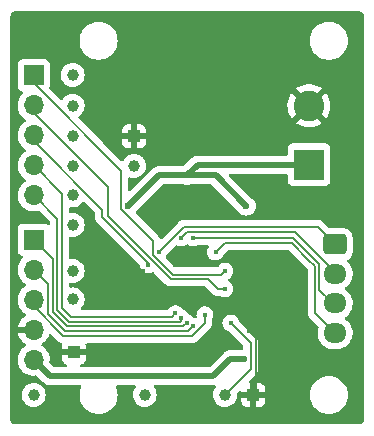
<source format=gbr>
%TF.GenerationSoftware,KiCad,Pcbnew,(6.0.6)*%
%TF.CreationDate,2022-06-26T20:43:02+02:00*%
%TF.ProjectId,tmc2208-breakout,746d6332-3230-4382-9d62-7265616b6f75,rev?*%
%TF.SameCoordinates,Original*%
%TF.FileFunction,Copper,L2,Bot*%
%TF.FilePolarity,Positive*%
%FSLAX46Y46*%
G04 Gerber Fmt 4.6, Leading zero omitted, Abs format (unit mm)*
G04 Created by KiCad (PCBNEW (6.0.6)) date 2022-06-26 20:43:02*
%MOMM*%
%LPD*%
G01*
G04 APERTURE LIST*
G04 Aperture macros list*
%AMRoundRect*
0 Rectangle with rounded corners*
0 $1 Rounding radius*
0 $2 $3 $4 $5 $6 $7 $8 $9 X,Y pos of 4 corners*
0 Add a 4 corners polygon primitive as box body*
4,1,4,$2,$3,$4,$5,$6,$7,$8,$9,$2,$3,0*
0 Add four circle primitives for the rounded corners*
1,1,$1+$1,$2,$3*
1,1,$1+$1,$4,$5*
1,1,$1+$1,$6,$7*
1,1,$1+$1,$8,$9*
0 Add four rect primitives between the rounded corners*
20,1,$1+$1,$2,$3,$4,$5,0*
20,1,$1+$1,$4,$5,$6,$7,0*
20,1,$1+$1,$6,$7,$8,$9,0*
20,1,$1+$1,$8,$9,$2,$3,0*%
G04 Aperture macros list end*
%TA.AperFunction,ComponentPad*%
%ADD10C,1.000000*%
%TD*%
%TA.AperFunction,ComponentPad*%
%ADD11R,1.000000X1.000000*%
%TD*%
%TA.AperFunction,ComponentPad*%
%ADD12RoundRect,0.250000X-0.725000X0.600000X-0.725000X-0.600000X0.725000X-0.600000X0.725000X0.600000X0*%
%TD*%
%TA.AperFunction,ComponentPad*%
%ADD13O,1.950000X1.700000*%
%TD*%
%TA.AperFunction,ComponentPad*%
%ADD14R,1.700000X1.700000*%
%TD*%
%TA.AperFunction,ComponentPad*%
%ADD15O,1.700000X1.700000*%
%TD*%
%TA.AperFunction,ComponentPad*%
%ADD16R,2.600000X2.600000*%
%TD*%
%TA.AperFunction,ComponentPad*%
%ADD17C,2.600000*%
%TD*%
%TA.AperFunction,ViaPad*%
%ADD18C,0.400000*%
%TD*%
%TA.AperFunction,ViaPad*%
%ADD19C,0.600000*%
%TD*%
%TA.AperFunction,Conductor*%
%ADD20C,0.200000*%
%TD*%
%TA.AperFunction,Conductor*%
%ADD21C,0.500000*%
%TD*%
G04 APERTURE END LIST*
D10*
%TO.P,DIR,1,1*%
%TO.N,/DIR*%
X147300000Y-43900000D03*
%TD*%
D11*
%TO.P,TP20,1,1*%
%TO.N,GND*%
X152500000Y-49100000D03*
%TD*%
D10*
%TO.P,TP15,1,1*%
%TO.N,+5V*%
X153400000Y-71000000D03*
%TD*%
%TO.P,MS2,1,1*%
%TO.N,/MS2*%
X147300000Y-54100000D03*
%TD*%
D12*
%TO.P,J3,1,Pin_1*%
%TO.N,/OB2*%
X169525000Y-58250000D03*
D13*
%TO.P,J3,2,Pin_2*%
%TO.N,/OB1*%
X169525000Y-60750000D03*
%TO.P,J3,3,Pin_3*%
%TO.N,/OA1*%
X169525000Y-63250000D03*
%TO.P,J3,4,Pin_4*%
%TO.N,/OA2*%
X169525000Y-65750000D03*
%TD*%
D10*
%TO.P,DIAG,1,1*%
%TO.N,/DIAG*%
X147300000Y-56600000D03*
%TD*%
D11*
%TO.P,TP19,1,1*%
%TO.N,GND*%
X162600000Y-71000000D03*
%TD*%
D14*
%TO.P,J1,1,Pin_1*%
%TO.N,/DIR*%
X144000000Y-43925000D03*
D15*
%TO.P,J1,2,Pin_2*%
%TO.N,/STEP*%
X144000000Y-46465000D03*
%TO.P,J1,3,Pin_3*%
%TO.N,/EN#*%
X144000000Y-49005000D03*
%TO.P,J1,4,Pin_4*%
%TO.N,/MS1*%
X144000000Y-51545000D03*
%TO.P,J1,5,Pin_5*%
%TO.N,/MS2*%
X144000000Y-54085000D03*
%TD*%
D10*
%TO.P,EN#,1,1*%
%TO.N,/EN#*%
X147300000Y-49100000D03*
%TD*%
D14*
%TO.P,J2,1,Pin_1*%
%TO.N,/DIAG*%
X144000000Y-57845000D03*
D15*
%TO.P,J2,2,Pin_2*%
%TO.N,/INDEX*%
X144000000Y-60385000D03*
%TO.P,J2,3,Pin_3*%
%TO.N,/PDN_UART*%
X144000000Y-62925000D03*
%TO.P,J2,4,Pin_4*%
%TO.N,GND*%
X144000000Y-65465000D03*
%TO.P,J2,5,Pin_5*%
%TO.N,+3V3*%
X144000000Y-68005000D03*
%TD*%
D10*
%TO.P,INDX,1,1*%
%TO.N,/INDEX*%
X147300000Y-60500000D03*
%TD*%
%TO.P,STEP,1,1*%
%TO.N,/STEP*%
X147300000Y-46500000D03*
%TD*%
D16*
%TO.P,J4,1,Pin_1*%
%TO.N,/VS*%
X167305000Y-51500000D03*
D17*
%TO.P,J4,2,Pin_2*%
%TO.N,GND*%
X167305000Y-46500000D03*
%TD*%
D10*
%TO.P,MS1,1,1*%
%TO.N,/MS1*%
X147300000Y-51600000D03*
%TD*%
%TO.P,TP14,1,1*%
%TO.N,/VS*%
X152500000Y-51600000D03*
%TD*%
%TO.P,TP12,1,1*%
%TO.N,/VCC_IO*%
X160200000Y-71000000D03*
%TD*%
D11*
%TO.P,TP18,1,1*%
%TO.N,GND*%
X147400000Y-67400000D03*
%TD*%
D10*
%TO.P,TP16,1,1*%
%TO.N,+3V3*%
X144000000Y-71000000D03*
%TD*%
%TO.P,PDN,1,1*%
%TO.N,/PDN_UART*%
X147300000Y-62900000D03*
%TD*%
D18*
%TO.N,GND*%
X153300000Y-60500000D03*
X159500000Y-63500000D03*
X156000000Y-60000000D03*
X158000000Y-62000000D03*
X162217570Y-65617570D03*
X154500000Y-67800000D03*
X159400000Y-67800000D03*
X163000000Y-59700000D03*
X163000000Y-62300000D03*
X158000000Y-60000000D03*
X154500000Y-55200000D03*
X156000000Y-62000000D03*
X150800000Y-61400000D03*
X159500000Y-55200000D03*
X157000000Y-55400000D03*
X160700000Y-59300000D03*
X154500000Y-63500000D03*
X159400000Y-67000000D03*
X154500000Y-67000000D03*
D19*
%TO.N,+3V3*%
X161776089Y-67976089D03*
D18*
%TO.N,/VCC_IO*%
X160693750Y-64893750D03*
D19*
%TO.N,/VS*%
X152000000Y-55000000D03*
X157000000Y-52400000D03*
X162000000Y-55000000D03*
D18*
%TO.N,/EN#*%
X153710402Y-59989598D03*
%TO.N,/DIR*%
X160200000Y-60500000D03*
%TO.N,/MS1*%
X156000000Y-64100000D03*
%TO.N,/MS2*%
X156500000Y-64500000D03*
%TO.N,/STEP*%
X160200000Y-62000000D03*
%TO.N,/DIAG*%
X156985931Y-64891559D03*
%TO.N,/INDEX*%
X157500000Y-65200000D03*
%TO.N,/PDN_UART*%
X158500000Y-64200000D03*
%TO.N,/OA1*%
X157500000Y-57700000D03*
%TO.N,/OA2*%
X159400000Y-58900000D03*
%TO.N,/OB1*%
X156500000Y-57700000D03*
%TO.N,/OB2*%
X154600000Y-58900000D03*
%TD*%
D20*
%TO.N,GND*%
X162800000Y-70800000D02*
X162800000Y-66200000D01*
X162800000Y-66200000D02*
X162217570Y-65617570D01*
X162600000Y-71000000D02*
X162800000Y-70800000D01*
D21*
%TO.N,+3V3*%
X159200001Y-69399999D02*
X145394999Y-69399999D01*
X145394999Y-69399999D02*
X144000000Y-68005000D01*
X161776089Y-67976089D02*
X160623911Y-67976089D01*
X160623911Y-67976089D02*
X159200001Y-69399999D01*
D20*
%TO.N,/VCC_IO*%
X160693750Y-64893750D02*
X162376089Y-66576089D01*
X162376089Y-66576089D02*
X162376089Y-68823911D01*
X162376089Y-68823911D02*
X160200000Y-71000000D01*
D21*
%TO.N,/VS*%
X167305000Y-51500000D02*
X157900000Y-51500000D01*
X159400000Y-52400000D02*
X162000000Y-55000000D01*
X157000000Y-52400000D02*
X159400000Y-52400000D01*
X157900000Y-51500000D02*
X157000000Y-52400000D01*
X154600000Y-52400000D02*
X152000000Y-55000000D01*
X157000000Y-52400000D02*
X154600000Y-52400000D01*
D20*
%TO.N,/EN#*%
X153346446Y-59477818D02*
X149817157Y-55948529D01*
X149817157Y-55317157D02*
X144000000Y-49500000D01*
X149817157Y-55948529D02*
X149817157Y-55317157D01*
X153346446Y-59484925D02*
X153346446Y-59477818D01*
X144000000Y-49500000D02*
X144000000Y-49005000D01*
X153710402Y-59989598D02*
X153710402Y-59848881D01*
X153710402Y-59848881D02*
X153346446Y-59484925D01*
%TO.N,/DIR*%
X155792893Y-60800000D02*
X154100000Y-59107107D01*
X159900000Y-60800000D02*
X155792893Y-60800000D01*
X160200000Y-60500000D02*
X159900000Y-60800000D01*
X151400000Y-52000000D02*
X144000000Y-44600000D01*
X154100000Y-59107107D02*
X154100000Y-57948529D01*
X144000000Y-44600000D02*
X144000000Y-43925000D01*
X151400000Y-55248529D02*
X151400000Y-52000000D01*
X154100000Y-57948529D02*
X151400000Y-55248529D01*
%TO.N,/MS1*%
X147162744Y-64400000D02*
X146400000Y-63637256D01*
X146400000Y-53945000D02*
X144000000Y-51545000D01*
X155700000Y-64400000D02*
X147162744Y-64400000D01*
X156000000Y-64100000D02*
X155700000Y-64400000D01*
X146400000Y-63637256D02*
X146400000Y-53945000D01*
%TO.N,/MS2*%
X156500000Y-64500000D02*
X156500000Y-64700000D01*
X146000000Y-56085000D02*
X144000000Y-54085000D01*
X156500000Y-64700000D02*
X156400000Y-64800000D01*
X156400000Y-64800000D02*
X146997058Y-64800000D01*
X146997058Y-64800000D02*
X146000000Y-63802942D01*
X146000000Y-63802942D02*
X146000000Y-56085000D01*
%TO.N,/STEP*%
X153746446Y-59319239D02*
X153746446Y-59312132D01*
X153746446Y-59312132D02*
X150267157Y-55832843D01*
X144000000Y-47100000D02*
X144000000Y-46465000D01*
X158800000Y-61200000D02*
X155627207Y-61200000D01*
X144000000Y-47200000D02*
X144000000Y-46465000D01*
X155627207Y-61200000D02*
X153746446Y-59319239D01*
X159600000Y-62000000D02*
X158800000Y-61200000D01*
X150267157Y-55832843D02*
X150267157Y-53367157D01*
X160200000Y-62000000D02*
X159600000Y-62000000D01*
X150267157Y-53367157D02*
X144000000Y-47100000D01*
%TO.N,/DIAG*%
X156985931Y-64891559D02*
X156677490Y-65200000D01*
X146831372Y-65200000D02*
X145600000Y-63968628D01*
X145600000Y-59445000D02*
X144000000Y-57845000D01*
X156677490Y-65200000D02*
X146831372Y-65200000D01*
X145600000Y-63968628D02*
X145600000Y-59445000D01*
%TO.N,/INDEX*%
X145200000Y-64134314D02*
X145200000Y-61585000D01*
X157100000Y-65600000D02*
X146665686Y-65600000D01*
X145200000Y-61585000D02*
X144000000Y-60385000D01*
X146665686Y-65600000D02*
X145200000Y-64134314D01*
X157500000Y-65200000D02*
X157100000Y-65600000D01*
%TO.N,/PDN_UART*%
X157407107Y-66000000D02*
X146500000Y-66000000D01*
X144000000Y-63500000D02*
X144000000Y-62925000D01*
X158500000Y-64200000D02*
X158500000Y-64907107D01*
X158500000Y-64907107D02*
X157407107Y-66000000D01*
X146500000Y-66000000D02*
X144000000Y-63500000D01*
%TO.N,/OA1*%
X169350000Y-63250000D02*
X169525000Y-63250000D01*
X157500000Y-57700000D02*
X166000000Y-57700000D01*
X168200000Y-59900000D02*
X168200000Y-62100000D01*
X168200000Y-62100000D02*
X169350000Y-63250000D01*
X166000000Y-57700000D02*
X168200000Y-59900000D01*
%TO.N,/OA2*%
X159400000Y-58900000D02*
X160200000Y-58100000D01*
X167800000Y-60300000D02*
X167800000Y-64025000D01*
X167800000Y-60065686D02*
X167800000Y-60300000D01*
X167267157Y-59532843D02*
X167800000Y-60065686D01*
X167800000Y-64025000D02*
X169525000Y-65750000D01*
X160200000Y-58100000D02*
X160900000Y-58100000D01*
X165834314Y-58100000D02*
X167267157Y-59532843D01*
X160900000Y-58100000D02*
X165834314Y-58100000D01*
%TO.N,/OB1*%
X169525000Y-60625000D02*
X169525000Y-60750000D01*
X157000000Y-57200000D02*
X166100000Y-57200000D01*
X156500000Y-57700000D02*
X157000000Y-57200000D01*
X166100000Y-57200000D02*
X169525000Y-60625000D01*
%TO.N,/OB2*%
X168075000Y-56800000D02*
X169525000Y-58250000D01*
X154600000Y-58900000D02*
X154600000Y-58892893D01*
X154600000Y-58892893D02*
X156692893Y-56800000D01*
X156692893Y-56800000D02*
X168075000Y-56800000D01*
%TD*%
%TA.AperFunction,Conductor*%
%TO.N,GND*%
G36*
X171470018Y-38510000D02*
G01*
X171484852Y-38512310D01*
X171484855Y-38512310D01*
X171493724Y-38513691D01*
X171502626Y-38512527D01*
X171502750Y-38512511D01*
X171533192Y-38512240D01*
X171540621Y-38513077D01*
X171595264Y-38519234D01*
X171622771Y-38525513D01*
X171699853Y-38552485D01*
X171725274Y-38564727D01*
X171794426Y-38608178D01*
X171816485Y-38625770D01*
X171874230Y-38683515D01*
X171891822Y-38705574D01*
X171935273Y-38774726D01*
X171947515Y-38800147D01*
X171974487Y-38877228D01*
X171980766Y-38904736D01*
X171987018Y-38960226D01*
X171986923Y-38975868D01*
X171987800Y-38975879D01*
X171987690Y-38984851D01*
X171986309Y-38993724D01*
X171987473Y-39002626D01*
X171987473Y-39002628D01*
X171990436Y-39025283D01*
X171991500Y-39041621D01*
X171991500Y-72950633D01*
X171990000Y-72970018D01*
X171986309Y-72993724D01*
X171987473Y-73002626D01*
X171987489Y-73002750D01*
X171987760Y-73033192D01*
X171985430Y-73053870D01*
X171980766Y-73095264D01*
X171974487Y-73122771D01*
X171947515Y-73199853D01*
X171935273Y-73225274D01*
X171891822Y-73294426D01*
X171874230Y-73316485D01*
X171816485Y-73374230D01*
X171794426Y-73391822D01*
X171725274Y-73435273D01*
X171699853Y-73447515D01*
X171622772Y-73474487D01*
X171595264Y-73480766D01*
X171539774Y-73487018D01*
X171524132Y-73486923D01*
X171524121Y-73487800D01*
X171515149Y-73487690D01*
X171506276Y-73486309D01*
X171497374Y-73487473D01*
X171497372Y-73487473D01*
X171486385Y-73488910D01*
X171474714Y-73490436D01*
X171458379Y-73491500D01*
X142549367Y-73491500D01*
X142529982Y-73490000D01*
X142515148Y-73487690D01*
X142515145Y-73487690D01*
X142506276Y-73486309D01*
X142497374Y-73487473D01*
X142497250Y-73487489D01*
X142466808Y-73487760D01*
X142446130Y-73485430D01*
X142404736Y-73480766D01*
X142377229Y-73474487D01*
X142300147Y-73447515D01*
X142274726Y-73435273D01*
X142205574Y-73391822D01*
X142183515Y-73374230D01*
X142125770Y-73316485D01*
X142108178Y-73294426D01*
X142064727Y-73225274D01*
X142052485Y-73199853D01*
X142025513Y-73122772D01*
X142019234Y-73095266D01*
X142013170Y-73041451D01*
X142012888Y-73016640D01*
X142013576Y-73012552D01*
X142013729Y-73000000D01*
X142009773Y-72972376D01*
X142008500Y-72954514D01*
X142008500Y-70985851D01*
X142986719Y-70985851D01*
X143003268Y-71182934D01*
X143057783Y-71373050D01*
X143148187Y-71548956D01*
X143271035Y-71703953D01*
X143275728Y-71707947D01*
X143275729Y-71707948D01*
X143309539Y-71736722D01*
X143421650Y-71832136D01*
X143594294Y-71928624D01*
X143782392Y-71989740D01*
X143978777Y-72013158D01*
X143984912Y-72012686D01*
X143984914Y-72012686D01*
X144169830Y-71998457D01*
X144169834Y-71998456D01*
X144175972Y-71997984D01*
X144366463Y-71944798D01*
X144371967Y-71942018D01*
X144371969Y-71942017D01*
X144537495Y-71858404D01*
X144537497Y-71858403D01*
X144542996Y-71855625D01*
X144698847Y-71733861D01*
X144828078Y-71584145D01*
X144925769Y-71412179D01*
X144988197Y-71224513D01*
X145012985Y-71028295D01*
X145013380Y-71000000D01*
X144994080Y-70803167D01*
X144975050Y-70740135D01*
X144956161Y-70677575D01*
X144936916Y-70613831D01*
X144844066Y-70439204D01*
X144757217Y-70332717D01*
X144722960Y-70290713D01*
X144722957Y-70290710D01*
X144719065Y-70285938D01*
X144712724Y-70280692D01*
X144571425Y-70163799D01*
X144571421Y-70163797D01*
X144566675Y-70159870D01*
X144392701Y-70065802D01*
X144203768Y-70007318D01*
X144197643Y-70006674D01*
X144197642Y-70006674D01*
X144013204Y-69987289D01*
X144013202Y-69987289D01*
X144007075Y-69986645D01*
X143924576Y-69994153D01*
X143816251Y-70004011D01*
X143816248Y-70004012D01*
X143810112Y-70004570D01*
X143804206Y-70006308D01*
X143804202Y-70006309D01*
X143721699Y-70030591D01*
X143620381Y-70060410D01*
X143614923Y-70063263D01*
X143614919Y-70063265D01*
X143568754Y-70087400D01*
X143445110Y-70152040D01*
X143290975Y-70275968D01*
X143287011Y-70280692D01*
X143282609Y-70285938D01*
X143163846Y-70427474D01*
X143160879Y-70432872D01*
X143160875Y-70432877D01*
X143082095Y-70576180D01*
X143068567Y-70600787D01*
X143066706Y-70606654D01*
X143066705Y-70606656D01*
X143021996Y-70747597D01*
X143008765Y-70789306D01*
X142986719Y-70985851D01*
X142008500Y-70985851D01*
X142008500Y-67971695D01*
X142637251Y-67971695D01*
X142637548Y-67976848D01*
X142637548Y-67976851D01*
X142643011Y-68071590D01*
X142650110Y-68194715D01*
X142651247Y-68199761D01*
X142651248Y-68199767D01*
X142663859Y-68255724D01*
X142699222Y-68412639D01*
X142737424Y-68506720D01*
X142765584Y-68576069D01*
X142783266Y-68619616D01*
X142785965Y-68624020D01*
X142876337Y-68771494D01*
X142899987Y-68810088D01*
X143046250Y-68978938D01*
X143218126Y-69121632D01*
X143411000Y-69234338D01*
X143415825Y-69236180D01*
X143415826Y-69236181D01*
X143472697Y-69257898D01*
X143619692Y-69314030D01*
X143624760Y-69315061D01*
X143624763Y-69315062D01*
X143732379Y-69336957D01*
X143838597Y-69358567D01*
X143843772Y-69358757D01*
X143843774Y-69358757D01*
X144056673Y-69366564D01*
X144056677Y-69366564D01*
X144061837Y-69366753D01*
X144201908Y-69348809D01*
X144272017Y-69359993D01*
X144307012Y-69384693D01*
X144811229Y-69888910D01*
X144823615Y-69903322D01*
X144832148Y-69914917D01*
X144832153Y-69914922D01*
X144836491Y-69920817D01*
X144842069Y-69925556D01*
X144842072Y-69925559D01*
X144876767Y-69955034D01*
X144884283Y-69961964D01*
X144889979Y-69967660D01*
X144892840Y-69969923D01*
X144892845Y-69969928D01*
X144912265Y-69985292D01*
X144915666Y-69988081D01*
X144938690Y-70007641D01*
X144971284Y-70035332D01*
X144977804Y-70038661D01*
X144982851Y-70042027D01*
X144987975Y-70045192D01*
X144993716Y-70049734D01*
X145000347Y-70052833D01*
X145000350Y-70052835D01*
X145059829Y-70080633D01*
X145063775Y-70082561D01*
X145128807Y-70115768D01*
X145135913Y-70117507D01*
X145141563Y-70119608D01*
X145147320Y-70121523D01*
X145153949Y-70124621D01*
X145225434Y-70139490D01*
X145229700Y-70140456D01*
X145300609Y-70157807D01*
X145306211Y-70158155D01*
X145306214Y-70158155D01*
X145311763Y-70158499D01*
X145311761Y-70158534D01*
X145315733Y-70158774D01*
X145319954Y-70159151D01*
X145327114Y-70160640D01*
X145404541Y-70158545D01*
X145407949Y-70158499D01*
X147918960Y-70158499D01*
X147987081Y-70178501D01*
X148033574Y-70232157D01*
X148043678Y-70302431D01*
X148035369Y-70332717D01*
X147996120Y-70427474D01*
X147965495Y-70501409D01*
X147964340Y-70506221D01*
X147907849Y-70741525D01*
X147906391Y-70747597D01*
X147886526Y-71000000D01*
X147906391Y-71252403D01*
X147907545Y-71257210D01*
X147907546Y-71257216D01*
X147936672Y-71378535D01*
X147965495Y-71498591D01*
X147967388Y-71503162D01*
X147967389Y-71503164D01*
X148050559Y-71703953D01*
X148062384Y-71732502D01*
X148194672Y-71948376D01*
X148359102Y-72140898D01*
X148551624Y-72305328D01*
X148767498Y-72437616D01*
X148772068Y-72439509D01*
X148772072Y-72439511D01*
X148996836Y-72532611D01*
X149001409Y-72534505D01*
X149086032Y-72554821D01*
X149242784Y-72592454D01*
X149242790Y-72592455D01*
X149247597Y-72593609D01*
X149347416Y-72601465D01*
X149434345Y-72608307D01*
X149434352Y-72608307D01*
X149436801Y-72608500D01*
X149563199Y-72608500D01*
X149565648Y-72608307D01*
X149565655Y-72608307D01*
X149652584Y-72601465D01*
X149752403Y-72593609D01*
X149757210Y-72592455D01*
X149757216Y-72592454D01*
X149913968Y-72554821D01*
X149998591Y-72534505D01*
X150003164Y-72532611D01*
X150227928Y-72439511D01*
X150227932Y-72439509D01*
X150232502Y-72437616D01*
X150448376Y-72305328D01*
X150640898Y-72140898D01*
X150805328Y-71948376D01*
X150937616Y-71732502D01*
X150949442Y-71703953D01*
X151032611Y-71503164D01*
X151032612Y-71503162D01*
X151034505Y-71498591D01*
X151063328Y-71378535D01*
X151092454Y-71257216D01*
X151092455Y-71257210D01*
X151093609Y-71252403D01*
X151113474Y-71000000D01*
X151093609Y-70747597D01*
X151092152Y-70741525D01*
X151035660Y-70506221D01*
X151034505Y-70501409D01*
X151003880Y-70427474D01*
X150964631Y-70332717D01*
X150957042Y-70262127D01*
X150988822Y-70198640D01*
X151049880Y-70162413D01*
X151081040Y-70158499D01*
X152519336Y-70158499D01*
X152587457Y-70178501D01*
X152633950Y-70232157D01*
X152644054Y-70302431D01*
X152615857Y-70365490D01*
X152563846Y-70427474D01*
X152560879Y-70432872D01*
X152560875Y-70432877D01*
X152482095Y-70576180D01*
X152468567Y-70600787D01*
X152466706Y-70606654D01*
X152466705Y-70606656D01*
X152421996Y-70747597D01*
X152408765Y-70789306D01*
X152386719Y-70985851D01*
X152403268Y-71182934D01*
X152457783Y-71373050D01*
X152548187Y-71548956D01*
X152671035Y-71703953D01*
X152675728Y-71707947D01*
X152675729Y-71707948D01*
X152709539Y-71736722D01*
X152821650Y-71832136D01*
X152994294Y-71928624D01*
X153182392Y-71989740D01*
X153378777Y-72013158D01*
X153384912Y-72012686D01*
X153384914Y-72012686D01*
X153569830Y-71998457D01*
X153569834Y-71998456D01*
X153575972Y-71997984D01*
X153766463Y-71944798D01*
X153771967Y-71942018D01*
X153771969Y-71942017D01*
X153937495Y-71858404D01*
X153937497Y-71858403D01*
X153942996Y-71855625D01*
X154098847Y-71733861D01*
X154228078Y-71584145D01*
X154325769Y-71412179D01*
X154388197Y-71224513D01*
X154412985Y-71028295D01*
X154413380Y-71000000D01*
X154394080Y-70803167D01*
X154375050Y-70740135D01*
X154356161Y-70677575D01*
X154336916Y-70613831D01*
X154244066Y-70439204D01*
X154182841Y-70364135D01*
X154155287Y-70298703D01*
X154167482Y-70228762D01*
X154215555Y-70176517D01*
X154280484Y-70158499D01*
X159132931Y-70158499D01*
X159151881Y-70159932D01*
X159166116Y-70162098D01*
X159166120Y-70162098D01*
X159173350Y-70163198D01*
X159180642Y-70162605D01*
X159180645Y-70162605D01*
X159226019Y-70158914D01*
X159236234Y-70158499D01*
X159244294Y-70158499D01*
X159261681Y-70156472D01*
X159272508Y-70155210D01*
X159276884Y-70154777D01*
X159315209Y-70151660D01*
X159384727Y-70166074D01*
X159435416Y-70215784D01*
X159451184Y-70285008D01*
X159427023Y-70351767D01*
X159421960Y-70358217D01*
X159363846Y-70427474D01*
X159360879Y-70432872D01*
X159360875Y-70432877D01*
X159282095Y-70576180D01*
X159268567Y-70600787D01*
X159266706Y-70606654D01*
X159266705Y-70606656D01*
X159221996Y-70747597D01*
X159208765Y-70789306D01*
X159186719Y-70985851D01*
X159203268Y-71182934D01*
X159257783Y-71373050D01*
X159348187Y-71548956D01*
X159471035Y-71703953D01*
X159475728Y-71707947D01*
X159475729Y-71707948D01*
X159509539Y-71736722D01*
X159621650Y-71832136D01*
X159794294Y-71928624D01*
X159982392Y-71989740D01*
X160178777Y-72013158D01*
X160184912Y-72012686D01*
X160184914Y-72012686D01*
X160369830Y-71998457D01*
X160369834Y-71998456D01*
X160375972Y-71997984D01*
X160566463Y-71944798D01*
X160571967Y-71942018D01*
X160571969Y-71942017D01*
X160737495Y-71858404D01*
X160737497Y-71858403D01*
X160742996Y-71855625D01*
X160898847Y-71733861D01*
X161028078Y-71584145D01*
X161050504Y-71544669D01*
X161592001Y-71544669D01*
X161592371Y-71551490D01*
X161597895Y-71602352D01*
X161601521Y-71617604D01*
X161646676Y-71738054D01*
X161655214Y-71753649D01*
X161731715Y-71855724D01*
X161744276Y-71868285D01*
X161846351Y-71944786D01*
X161861946Y-71953324D01*
X161982394Y-71998478D01*
X161997649Y-72002105D01*
X162048514Y-72007631D01*
X162055328Y-72008000D01*
X162327885Y-72008000D01*
X162343124Y-72003525D01*
X162344329Y-72002135D01*
X162346000Y-71994452D01*
X162346000Y-71989884D01*
X162854000Y-71989884D01*
X162858475Y-72005123D01*
X162859865Y-72006328D01*
X162867548Y-72007999D01*
X163144669Y-72007999D01*
X163151490Y-72007629D01*
X163202352Y-72002105D01*
X163217604Y-71998479D01*
X163338054Y-71953324D01*
X163353649Y-71944786D01*
X163455724Y-71868285D01*
X163468285Y-71855724D01*
X163544786Y-71753649D01*
X163553324Y-71738054D01*
X163598478Y-71617606D01*
X163602105Y-71602351D01*
X163607631Y-71551486D01*
X163608000Y-71544672D01*
X163608000Y-71272115D01*
X163603525Y-71256876D01*
X163602135Y-71255671D01*
X163594452Y-71254000D01*
X162872115Y-71254000D01*
X162856876Y-71258475D01*
X162855671Y-71259865D01*
X162854000Y-71267548D01*
X162854000Y-71989884D01*
X162346000Y-71989884D01*
X162346000Y-71272115D01*
X162341525Y-71256876D01*
X162340135Y-71255671D01*
X162332452Y-71254000D01*
X161610116Y-71254000D01*
X161594877Y-71258475D01*
X161593672Y-71259865D01*
X161592001Y-71267548D01*
X161592001Y-71544669D01*
X161050504Y-71544669D01*
X161125769Y-71412179D01*
X161188197Y-71224513D01*
X161212985Y-71028295D01*
X161213380Y-71000000D01*
X167386526Y-71000000D01*
X167406391Y-71252403D01*
X167407545Y-71257210D01*
X167407546Y-71257216D01*
X167436672Y-71378535D01*
X167465495Y-71498591D01*
X167467388Y-71503162D01*
X167467389Y-71503164D01*
X167550559Y-71703953D01*
X167562384Y-71732502D01*
X167694672Y-71948376D01*
X167859102Y-72140898D01*
X168051624Y-72305328D01*
X168267498Y-72437616D01*
X168272068Y-72439509D01*
X168272072Y-72439511D01*
X168496836Y-72532611D01*
X168501409Y-72534505D01*
X168586032Y-72554821D01*
X168742784Y-72592454D01*
X168742790Y-72592455D01*
X168747597Y-72593609D01*
X168847416Y-72601465D01*
X168934345Y-72608307D01*
X168934352Y-72608307D01*
X168936801Y-72608500D01*
X169063199Y-72608500D01*
X169065648Y-72608307D01*
X169065655Y-72608307D01*
X169152584Y-72601465D01*
X169252403Y-72593609D01*
X169257210Y-72592455D01*
X169257216Y-72592454D01*
X169413968Y-72554821D01*
X169498591Y-72534505D01*
X169503164Y-72532611D01*
X169727928Y-72439511D01*
X169727932Y-72439509D01*
X169732502Y-72437616D01*
X169948376Y-72305328D01*
X170140898Y-72140898D01*
X170305328Y-71948376D01*
X170437616Y-71732502D01*
X170449442Y-71703953D01*
X170532611Y-71503164D01*
X170532612Y-71503162D01*
X170534505Y-71498591D01*
X170563328Y-71378535D01*
X170592454Y-71257216D01*
X170592455Y-71257210D01*
X170593609Y-71252403D01*
X170613474Y-71000000D01*
X170593609Y-70747597D01*
X170592152Y-70741525D01*
X170535660Y-70506221D01*
X170534505Y-70501409D01*
X170503880Y-70427474D01*
X170439511Y-70272072D01*
X170439509Y-70272068D01*
X170437616Y-70267498D01*
X170305328Y-70051624D01*
X170140898Y-69859102D01*
X169948376Y-69694672D01*
X169732502Y-69562384D01*
X169727932Y-69560491D01*
X169727928Y-69560489D01*
X169503164Y-69467389D01*
X169503162Y-69467388D01*
X169498591Y-69465495D01*
X169413968Y-69445179D01*
X169257216Y-69407546D01*
X169257210Y-69407545D01*
X169252403Y-69406391D01*
X169152584Y-69398535D01*
X169065655Y-69391693D01*
X169065648Y-69391693D01*
X169063199Y-69391500D01*
X168936801Y-69391500D01*
X168934352Y-69391693D01*
X168934345Y-69391693D01*
X168847416Y-69398535D01*
X168747597Y-69406391D01*
X168742790Y-69407545D01*
X168742784Y-69407546D01*
X168586032Y-69445179D01*
X168501409Y-69465495D01*
X168496838Y-69467388D01*
X168496836Y-69467389D01*
X168272072Y-69560489D01*
X168272068Y-69560491D01*
X168267498Y-69562384D01*
X168051624Y-69694672D01*
X167859102Y-69859102D01*
X167694672Y-70051624D01*
X167562384Y-70267498D01*
X167560491Y-70272068D01*
X167560489Y-70272072D01*
X167496120Y-70427474D01*
X167465495Y-70501409D01*
X167464340Y-70506221D01*
X167407849Y-70741525D01*
X167406391Y-70747597D01*
X167386526Y-71000000D01*
X161213380Y-71000000D01*
X161205545Y-70920090D01*
X161218805Y-70850343D01*
X161241849Y-70818700D01*
X161382974Y-70677575D01*
X161445286Y-70643549D01*
X161516101Y-70648614D01*
X161572937Y-70691161D01*
X161592965Y-70731171D01*
X161596475Y-70743124D01*
X161597865Y-70744329D01*
X161605548Y-70746000D01*
X162327885Y-70746000D01*
X162343124Y-70741525D01*
X162344329Y-70740135D01*
X162346000Y-70732452D01*
X162346000Y-70727885D01*
X162854000Y-70727885D01*
X162858475Y-70743124D01*
X162859865Y-70744329D01*
X162867548Y-70746000D01*
X163589884Y-70746000D01*
X163605123Y-70741525D01*
X163606328Y-70740135D01*
X163607999Y-70732452D01*
X163607999Y-70455331D01*
X163607629Y-70448510D01*
X163602105Y-70397648D01*
X163598479Y-70382396D01*
X163553324Y-70261946D01*
X163544786Y-70246351D01*
X163468285Y-70144276D01*
X163455724Y-70131715D01*
X163353649Y-70055214D01*
X163338054Y-70046676D01*
X163217606Y-70001522D01*
X163202351Y-69997895D01*
X163151486Y-69992369D01*
X163144672Y-69992000D01*
X162872115Y-69992000D01*
X162856876Y-69996475D01*
X162855671Y-69997865D01*
X162854000Y-70005548D01*
X162854000Y-70727885D01*
X162346000Y-70727885D01*
X162346000Y-70010116D01*
X162341525Y-69994877D01*
X162339062Y-69992743D01*
X162278865Y-69959873D01*
X162244840Y-69897561D01*
X162249905Y-69826745D01*
X162278866Y-69781683D01*
X162772323Y-69288226D01*
X162784714Y-69277359D01*
X162803526Y-69262924D01*
X162810076Y-69257898D01*
X162834563Y-69225986D01*
X162834567Y-69225982D01*
X162907613Y-69130787D01*
X162968927Y-68982762D01*
X162989840Y-68823911D01*
X162985667Y-68792212D01*
X162984589Y-68775767D01*
X162984589Y-66624233D01*
X162985667Y-66607787D01*
X162988762Y-66584277D01*
X162989840Y-66576089D01*
X162968927Y-66417238D01*
X162907613Y-66269213D01*
X162834567Y-66174018D01*
X162834563Y-66174014D01*
X162825485Y-66162183D01*
X162815105Y-66148655D01*
X162815102Y-66148652D01*
X162810076Y-66142102D01*
X162802869Y-66136572D01*
X162784710Y-66122637D01*
X162772319Y-66111770D01*
X161407733Y-64747184D01*
X161378962Y-64702627D01*
X161328921Y-64570197D01*
X161326237Y-64563094D01*
X161299379Y-64524015D01*
X161233409Y-64428028D01*
X161233408Y-64428026D01*
X161229107Y-64421769D01*
X161223436Y-64416716D01*
X161106743Y-64312746D01*
X161106740Y-64312744D01*
X161101071Y-64307693D01*
X161093075Y-64303459D01*
X160956231Y-64231004D01*
X160956232Y-64231004D01*
X160949519Y-64227450D01*
X160931946Y-64223036D01*
X160790572Y-64187525D01*
X160790568Y-64187525D01*
X160783201Y-64185674D01*
X160775602Y-64185634D01*
X160775600Y-64185634D01*
X160704144Y-64185260D01*
X160611719Y-64184776D01*
X160604339Y-64186548D01*
X160604337Y-64186548D01*
X160452352Y-64223036D01*
X160452348Y-64223037D01*
X160444973Y-64224808D01*
X160292589Y-64303459D01*
X160163365Y-64416189D01*
X160064760Y-64556489D01*
X160002468Y-64716259D01*
X160001476Y-64723792D01*
X160001476Y-64723793D01*
X159981515Y-64875417D01*
X159980085Y-64886276D01*
X159998903Y-65056725D01*
X160001512Y-65063856D01*
X160001513Y-65063858D01*
X160005073Y-65073586D01*
X160057835Y-65217765D01*
X160062072Y-65224071D01*
X160062074Y-65224074D01*
X160102785Y-65284658D01*
X160153480Y-65360099D01*
X160280315Y-65475510D01*
X160431018Y-65557335D01*
X160487181Y-65572069D01*
X160544301Y-65604850D01*
X161730684Y-66791233D01*
X161764710Y-66853545D01*
X161767589Y-66880328D01*
X161767589Y-67050532D01*
X161747587Y-67118653D01*
X161693931Y-67165146D01*
X161654760Y-67175842D01*
X161608377Y-67180717D01*
X161608375Y-67180717D01*
X161601377Y-67181453D01*
X161514973Y-67210867D01*
X161474368Y-67217589D01*
X160690981Y-67217589D01*
X160672031Y-67216156D01*
X160657796Y-67213990D01*
X160657792Y-67213990D01*
X160650562Y-67212890D01*
X160643270Y-67213483D01*
X160643267Y-67213483D01*
X160597893Y-67217174D01*
X160587678Y-67217589D01*
X160579618Y-67217589D01*
X160575984Y-67218013D01*
X160575978Y-67218013D01*
X160562953Y-67219532D01*
X160551391Y-67220880D01*
X160547043Y-67221310D01*
X160474275Y-67227229D01*
X160467314Y-67229484D01*
X160461374Y-67230671D01*
X160455499Y-67232060D01*
X160448230Y-67232907D01*
X160379581Y-67257825D01*
X160375453Y-67259242D01*
X160312975Y-67279482D01*
X160312973Y-67279483D01*
X160306012Y-67281738D01*
X160299757Y-67285534D01*
X160294283Y-67288040D01*
X160288853Y-67290759D01*
X160281974Y-67293256D01*
X160275854Y-67297269D01*
X160275853Y-67297269D01*
X160220935Y-67333275D01*
X160217231Y-67335612D01*
X160154804Y-67373494D01*
X160146427Y-67380892D01*
X160146403Y-67380865D01*
X160143411Y-67383518D01*
X160140178Y-67386221D01*
X160134059Y-67390233D01*
X160129027Y-67395545D01*
X160080783Y-67446472D01*
X160078405Y-67448914D01*
X158922725Y-68604594D01*
X158860413Y-68638620D01*
X158833630Y-68641499D01*
X148064400Y-68641499D01*
X147996279Y-68621497D01*
X147949786Y-68567841D01*
X147939682Y-68497567D01*
X147969176Y-68432987D01*
X148020170Y-68397517D01*
X148138054Y-68353324D01*
X148153649Y-68344786D01*
X148255724Y-68268285D01*
X148268285Y-68255724D01*
X148344786Y-68153649D01*
X148353324Y-68138054D01*
X148398478Y-68017606D01*
X148402105Y-68002351D01*
X148407631Y-67951486D01*
X148408000Y-67944672D01*
X148408000Y-67672115D01*
X148403525Y-67656876D01*
X148402135Y-67655671D01*
X148394452Y-67654000D01*
X146410116Y-67654000D01*
X146394877Y-67658475D01*
X146393672Y-67659865D01*
X146392001Y-67667548D01*
X146392001Y-67944669D01*
X146392371Y-67951490D01*
X146397895Y-68002352D01*
X146401521Y-68017604D01*
X146446676Y-68138054D01*
X146455214Y-68153649D01*
X146531715Y-68255724D01*
X146544276Y-68268285D01*
X146646351Y-68344786D01*
X146661946Y-68353324D01*
X146779830Y-68397517D01*
X146836594Y-68440159D01*
X146861294Y-68506720D01*
X146846087Y-68576069D01*
X146795801Y-68626187D01*
X146735600Y-68641499D01*
X145761370Y-68641499D01*
X145693249Y-68621497D01*
X145672275Y-68604594D01*
X145379609Y-68311928D01*
X145345583Y-68249616D01*
X145343782Y-68206389D01*
X145361529Y-68071590D01*
X145363156Y-68005000D01*
X145344852Y-67782361D01*
X145290431Y-67565702D01*
X145201354Y-67360840D01*
X145135189Y-67258564D01*
X145082822Y-67177617D01*
X145082820Y-67177614D01*
X145080014Y-67173277D01*
X144929670Y-67008051D01*
X144925619Y-67004852D01*
X144925615Y-67004848D01*
X144758414Y-66872800D01*
X144758410Y-66872798D01*
X144754359Y-66869598D01*
X144712569Y-66846529D01*
X144662598Y-66796097D01*
X144647826Y-66726654D01*
X144672942Y-66660248D01*
X144700294Y-66633641D01*
X144875328Y-66508792D01*
X144883200Y-66502139D01*
X145034052Y-66351812D01*
X145040730Y-66343965D01*
X145165003Y-66171020D01*
X145170313Y-66162183D01*
X145264670Y-65971267D01*
X145268466Y-65961680D01*
X145284904Y-65907575D01*
X145323845Y-65848211D01*
X145388699Y-65819323D01*
X145458875Y-65830084D01*
X145494558Y-65855107D01*
X146035684Y-66396232D01*
X146046546Y-66408617D01*
X146066013Y-66433987D01*
X146072563Y-66439013D01*
X146072567Y-66439017D01*
X146097927Y-66458476D01*
X146097929Y-66458477D01*
X146186572Y-66526496D01*
X146193124Y-66531524D01*
X146200750Y-66534683D01*
X146200752Y-66534684D01*
X146341149Y-66592838D01*
X146339904Y-66595843D01*
X146387489Y-66624852D01*
X146418505Y-66688715D01*
X146412230Y-66753830D01*
X146401522Y-66782394D01*
X146397895Y-66797649D01*
X146392369Y-66848514D01*
X146392000Y-66855328D01*
X146392000Y-67127885D01*
X146396475Y-67143124D01*
X146397865Y-67144329D01*
X146405548Y-67146000D01*
X148389884Y-67146000D01*
X148405123Y-67141525D01*
X148406328Y-67140135D01*
X148407999Y-67132452D01*
X148407999Y-66855331D01*
X148407629Y-66848510D01*
X148402105Y-66797648D01*
X148398478Y-66782391D01*
X148397104Y-66778726D01*
X148396881Y-66775673D01*
X148396651Y-66774707D01*
X148396807Y-66774670D01*
X148391923Y-66707919D01*
X148425845Y-66645551D01*
X148488102Y-66611424D01*
X148515087Y-66608500D01*
X157358971Y-66608500D01*
X157375414Y-66609578D01*
X157407107Y-66613750D01*
X157415296Y-66612672D01*
X157446981Y-66608501D01*
X157446991Y-66608500D01*
X157446992Y-66608500D01*
X157546564Y-66595391D01*
X157557771Y-66593916D01*
X157557773Y-66593915D01*
X157565958Y-66592838D01*
X157713983Y-66531524D01*
X157809179Y-66458477D01*
X157809182Y-66458474D01*
X157841094Y-66433987D01*
X157847663Y-66425426D01*
X157860559Y-66408621D01*
X157871426Y-66396230D01*
X158896234Y-65371422D01*
X158908625Y-65360555D01*
X158927437Y-65346120D01*
X158933987Y-65341094D01*
X158958474Y-65309182D01*
X158958480Y-65309176D01*
X159026496Y-65220536D01*
X159026497Y-65220534D01*
X159031524Y-65213983D01*
X159092838Y-65065958D01*
X159094054Y-65056725D01*
X159096476Y-65038323D01*
X159108500Y-64946992D01*
X159108500Y-64946987D01*
X159112672Y-64915296D01*
X159113750Y-64907107D01*
X159109578Y-64875414D01*
X159108500Y-64858971D01*
X159108500Y-64605072D01*
X159123558Y-64546427D01*
X159125424Y-64543830D01*
X159189385Y-64384720D01*
X159199231Y-64315539D01*
X159212966Y-64219031D01*
X159212966Y-64219027D01*
X159213547Y-64214947D01*
X159213704Y-64200000D01*
X159197353Y-64064885D01*
X159194015Y-64037299D01*
X159194014Y-64037296D01*
X159193102Y-64029758D01*
X159149340Y-63913943D01*
X159135171Y-63876447D01*
X159132487Y-63869344D01*
X159099430Y-63821246D01*
X159039659Y-63734278D01*
X159039658Y-63734276D01*
X159035357Y-63728019D01*
X159029686Y-63722966D01*
X158912993Y-63618996D01*
X158912990Y-63618994D01*
X158907321Y-63613943D01*
X158899325Y-63609709D01*
X158766942Y-63539616D01*
X158755769Y-63533700D01*
X158680119Y-63514698D01*
X158596822Y-63493775D01*
X158596818Y-63493775D01*
X158589451Y-63491924D01*
X158581852Y-63491884D01*
X158581850Y-63491884D01*
X158510394Y-63491510D01*
X158417969Y-63491026D01*
X158410589Y-63492798D01*
X158410587Y-63492798D01*
X158258602Y-63529286D01*
X158258598Y-63529287D01*
X158251223Y-63531058D01*
X158098839Y-63609709D01*
X157969615Y-63722439D01*
X157871010Y-63862739D01*
X157851046Y-63913943D01*
X157831646Y-63963703D01*
X157808718Y-64022509D01*
X157807726Y-64030042D01*
X157807726Y-64030043D01*
X157791363Y-64154338D01*
X157786335Y-64192526D01*
X157795834Y-64278567D01*
X157801720Y-64331876D01*
X157804518Y-64357219D01*
X157805153Y-64362975D01*
X157804194Y-64363081D01*
X157800646Y-64427339D01*
X157759028Y-64484858D01*
X157692919Y-64510745D01*
X157651195Y-64507433D01*
X157613339Y-64497924D01*
X157552143Y-64461929D01*
X157540196Y-64447089D01*
X157525589Y-64425836D01*
X157521288Y-64419578D01*
X157515617Y-64414525D01*
X157398924Y-64310555D01*
X157398921Y-64310553D01*
X157393252Y-64305502D01*
X157241700Y-64225259D01*
X157234339Y-64223410D01*
X157234336Y-64223409D01*
X157202325Y-64215369D01*
X157141130Y-64179375D01*
X157129180Y-64164532D01*
X157039659Y-64034278D01*
X157039658Y-64034276D01*
X157035357Y-64028019D01*
X157029686Y-64022966D01*
X156912993Y-63918996D01*
X156912990Y-63918994D01*
X156907321Y-63913943D01*
X156755769Y-63833700D01*
X156706188Y-63821246D01*
X156644993Y-63785251D01*
X156633297Y-63768788D01*
X156632487Y-63769344D01*
X156539659Y-63634278D01*
X156539658Y-63634276D01*
X156535357Y-63628019D01*
X156529686Y-63622966D01*
X156412993Y-63518996D01*
X156412990Y-63518994D01*
X156407321Y-63513943D01*
X156399325Y-63509709D01*
X156262481Y-63437254D01*
X156262482Y-63437254D01*
X156255769Y-63433700D01*
X156238196Y-63429286D01*
X156096822Y-63393775D01*
X156096818Y-63393775D01*
X156089451Y-63391924D01*
X156081852Y-63391884D01*
X156081850Y-63391884D01*
X156010394Y-63391510D01*
X155917969Y-63391026D01*
X155910589Y-63392798D01*
X155910587Y-63392798D01*
X155758602Y-63429286D01*
X155758598Y-63429287D01*
X155751223Y-63431058D01*
X155598839Y-63509709D01*
X155469615Y-63622439D01*
X155451954Y-63647568D01*
X155388431Y-63737951D01*
X155332896Y-63782183D01*
X155285344Y-63791500D01*
X148137984Y-63791500D01*
X148069863Y-63771498D01*
X148023370Y-63717842D01*
X148013266Y-63647568D01*
X148042603Y-63583169D01*
X148124049Y-63488813D01*
X148124050Y-63488811D01*
X148128078Y-63484145D01*
X148225769Y-63312179D01*
X148288197Y-63124513D01*
X148312985Y-62928295D01*
X148313380Y-62900000D01*
X148294080Y-62703167D01*
X148285488Y-62674707D01*
X148260770Y-62592838D01*
X148236916Y-62513831D01*
X148144066Y-62339204D01*
X148023817Y-62191764D01*
X148022960Y-62190713D01*
X148022957Y-62190710D01*
X148019065Y-62185938D01*
X148008505Y-62177202D01*
X147871425Y-62063799D01*
X147871421Y-62063797D01*
X147866675Y-62059870D01*
X147692701Y-61965802D01*
X147503768Y-61907318D01*
X147497643Y-61906674D01*
X147497642Y-61906674D01*
X147313204Y-61887289D01*
X147313202Y-61887289D01*
X147307075Y-61886645D01*
X147224499Y-61894160D01*
X147145920Y-61901311D01*
X147076266Y-61887566D01*
X147025102Y-61838344D01*
X147008500Y-61775830D01*
X147008500Y-61622847D01*
X147028502Y-61554726D01*
X147082158Y-61508233D01*
X147149419Y-61497733D01*
X147231306Y-61507497D01*
X147278777Y-61513158D01*
X147284912Y-61512686D01*
X147284914Y-61512686D01*
X147469830Y-61498457D01*
X147469834Y-61498456D01*
X147475972Y-61497984D01*
X147666463Y-61444798D01*
X147671967Y-61442018D01*
X147671969Y-61442017D01*
X147837495Y-61358404D01*
X147837497Y-61358403D01*
X147842996Y-61355625D01*
X147998847Y-61233861D01*
X148128078Y-61084145D01*
X148225769Y-60912179D01*
X148288197Y-60724513D01*
X148312985Y-60528295D01*
X148313380Y-60500000D01*
X148294080Y-60303167D01*
X148236916Y-60113831D01*
X148144066Y-59939204D01*
X148071810Y-59850610D01*
X148022960Y-59790713D01*
X148022957Y-59790710D01*
X148019065Y-59785938D01*
X147929303Y-59711680D01*
X147871425Y-59663799D01*
X147871421Y-59663797D01*
X147866675Y-59659870D01*
X147692701Y-59565802D01*
X147503768Y-59507318D01*
X147497643Y-59506674D01*
X147497642Y-59506674D01*
X147313204Y-59487289D01*
X147313202Y-59487289D01*
X147307075Y-59486645D01*
X147224499Y-59494160D01*
X147145920Y-59501311D01*
X147076266Y-59487566D01*
X147025102Y-59438344D01*
X147008500Y-59375830D01*
X147008500Y-57722847D01*
X147028502Y-57654726D01*
X147082158Y-57608233D01*
X147149419Y-57597733D01*
X147231306Y-57607497D01*
X147278777Y-57613158D01*
X147284912Y-57612686D01*
X147284914Y-57612686D01*
X147469830Y-57598457D01*
X147469834Y-57598456D01*
X147475972Y-57597984D01*
X147666463Y-57544798D01*
X147671967Y-57542018D01*
X147671969Y-57542017D01*
X147837495Y-57458404D01*
X147837497Y-57458403D01*
X147842996Y-57455625D01*
X147998847Y-57333861D01*
X148128078Y-57184145D01*
X148225769Y-57012179D01*
X148288197Y-56824513D01*
X148312985Y-56628295D01*
X148313380Y-56600000D01*
X148294080Y-56403167D01*
X148278209Y-56350598D01*
X148238697Y-56219731D01*
X148236916Y-56213831D01*
X148144066Y-56039204D01*
X148063435Y-55940341D01*
X148022960Y-55890713D01*
X148022957Y-55890710D01*
X148019065Y-55885938D01*
X147931428Y-55813438D01*
X147871425Y-55763799D01*
X147871421Y-55763797D01*
X147866675Y-55759870D01*
X147692701Y-55665802D01*
X147503768Y-55607318D01*
X147497643Y-55606674D01*
X147497642Y-55606674D01*
X147313204Y-55587289D01*
X147313202Y-55587289D01*
X147307075Y-55586645D01*
X147224499Y-55594160D01*
X147145920Y-55601311D01*
X147076266Y-55587566D01*
X147025102Y-55538344D01*
X147008500Y-55475830D01*
X147008500Y-55222847D01*
X147028502Y-55154726D01*
X147082158Y-55108233D01*
X147149419Y-55097733D01*
X147231306Y-55107497D01*
X147278777Y-55113158D01*
X147284912Y-55112686D01*
X147284914Y-55112686D01*
X147469830Y-55098457D01*
X147469834Y-55098456D01*
X147475972Y-55097984D01*
X147666463Y-55044798D01*
X147671967Y-55042018D01*
X147671969Y-55042017D01*
X147837495Y-54958404D01*
X147837497Y-54958403D01*
X147842996Y-54955625D01*
X147998847Y-54833861D01*
X148128078Y-54684145D01*
X148129632Y-54685487D01*
X148177905Y-54647193D01*
X148248551Y-54640145D01*
X148314324Y-54674873D01*
X149171752Y-55532301D01*
X149205778Y-55594613D01*
X149208657Y-55621396D01*
X149208657Y-55900393D01*
X149207579Y-55916836D01*
X149203407Y-55948529D01*
X149208657Y-55988409D01*
X149208657Y-55988414D01*
X149215344Y-56039204D01*
X149224319Y-56107380D01*
X149285633Y-56255405D01*
X149290660Y-56261956D01*
X149290661Y-56261958D01*
X149358677Y-56350598D01*
X149358683Y-56350604D01*
X149383170Y-56382516D01*
X149389725Y-56387546D01*
X149408536Y-56401981D01*
X149420927Y-56412848D01*
X152858689Y-59850610D01*
X152869550Y-59862993D01*
X152887969Y-59886997D01*
X152887972Y-59887000D01*
X152912459Y-59918912D01*
X152919014Y-59923942D01*
X152937825Y-59938377D01*
X152950216Y-59949244D01*
X152967141Y-59966169D01*
X153001167Y-60028481D01*
X153003285Y-60041437D01*
X153013941Y-60137951D01*
X153015555Y-60152573D01*
X153018164Y-60159704D01*
X153018165Y-60159706D01*
X153029800Y-60191500D01*
X153074487Y-60313613D01*
X153078724Y-60319919D01*
X153078726Y-60319922D01*
X153096628Y-60346562D01*
X153170132Y-60455947D01*
X153296967Y-60571358D01*
X153447670Y-60653183D01*
X153613541Y-60696699D01*
X153700988Y-60698072D01*
X153777405Y-60699273D01*
X153777408Y-60699273D01*
X153785004Y-60699392D01*
X153792408Y-60697696D01*
X153792410Y-60697696D01*
X153855248Y-60683304D01*
X153952161Y-60661108D01*
X154007539Y-60633256D01*
X154054205Y-60609786D01*
X154124050Y-60597048D01*
X154189694Y-60624092D01*
X154199914Y-60633256D01*
X155162892Y-61596234D01*
X155173759Y-61608625D01*
X155193220Y-61633987D01*
X155199770Y-61639013D01*
X155225128Y-61658471D01*
X155225144Y-61658485D01*
X155274512Y-61696366D01*
X155320331Y-61731524D01*
X155468356Y-61792838D01*
X155627207Y-61813751D01*
X155658906Y-61809578D01*
X155675351Y-61808500D01*
X158495761Y-61808500D01*
X158563882Y-61828502D01*
X158584856Y-61845405D01*
X159135685Y-62396234D01*
X159146552Y-62408625D01*
X159166013Y-62433987D01*
X159172563Y-62439013D01*
X159197921Y-62458471D01*
X159197937Y-62458485D01*
X159247305Y-62496366D01*
X159293124Y-62531524D01*
X159441149Y-62592838D01*
X159449336Y-62593916D01*
X159449337Y-62593916D01*
X159456516Y-62594861D01*
X159560112Y-62608500D01*
X159560124Y-62608501D01*
X159591810Y-62612672D01*
X159591811Y-62612672D01*
X159600000Y-62613750D01*
X159631693Y-62609578D01*
X159648136Y-62608500D01*
X159803814Y-62608500D01*
X159863936Y-62623769D01*
X159937268Y-62663585D01*
X160103139Y-62707101D01*
X160190586Y-62708474D01*
X160267003Y-62709675D01*
X160267006Y-62709675D01*
X160274602Y-62709794D01*
X160282006Y-62708098D01*
X160282008Y-62708098D01*
X160344846Y-62693706D01*
X160441759Y-62671510D01*
X160594958Y-62594459D01*
X160600729Y-62589530D01*
X160600732Y-62589528D01*
X160719578Y-62488023D01*
X160725355Y-62483089D01*
X160825424Y-62343830D01*
X160889385Y-62184720D01*
X160897207Y-62129760D01*
X160912966Y-62019031D01*
X160912966Y-62019027D01*
X160913547Y-62014947D01*
X160913704Y-62000000D01*
X160905775Y-61934476D01*
X160894015Y-61837299D01*
X160894014Y-61837296D01*
X160893102Y-61829758D01*
X160887054Y-61813751D01*
X160835171Y-61676447D01*
X160832487Y-61669344D01*
X160822040Y-61654144D01*
X160739659Y-61534278D01*
X160739658Y-61534276D01*
X160735357Y-61528019D01*
X160729686Y-61522966D01*
X160612993Y-61418996D01*
X160612990Y-61418994D01*
X160607321Y-61413943D01*
X160507592Y-61361139D01*
X160456749Y-61311586D01*
X160440767Y-61242412D01*
X160464721Y-61175578D01*
X160509937Y-61137220D01*
X160588174Y-61097871D01*
X160594958Y-61094459D01*
X160600729Y-61089530D01*
X160600732Y-61089528D01*
X160719578Y-60988023D01*
X160725355Y-60983089D01*
X160825424Y-60843830D01*
X160889385Y-60684720D01*
X160892504Y-60662803D01*
X160912966Y-60519031D01*
X160912966Y-60519027D01*
X160913547Y-60514947D01*
X160913704Y-60500000D01*
X160893102Y-60329758D01*
X160889386Y-60319922D01*
X160835171Y-60176447D01*
X160832487Y-60169344D01*
X160735357Y-60028019D01*
X160729686Y-60022966D01*
X160612993Y-59918996D01*
X160612990Y-59918994D01*
X160607321Y-59913943D01*
X160599325Y-59909709D01*
X160462481Y-59837254D01*
X160462482Y-59837254D01*
X160455769Y-59833700D01*
X160438196Y-59829286D01*
X160296822Y-59793775D01*
X160296818Y-59793775D01*
X160289451Y-59791924D01*
X160281852Y-59791884D01*
X160281850Y-59791884D01*
X160210394Y-59791510D01*
X160117969Y-59791026D01*
X160110589Y-59792798D01*
X160110587Y-59792798D01*
X159958602Y-59829286D01*
X159958598Y-59829287D01*
X159951223Y-59831058D01*
X159798839Y-59909709D01*
X159669615Y-60022439D01*
X159656263Y-60041437D01*
X159588431Y-60137951D01*
X159532896Y-60182183D01*
X159485344Y-60191500D01*
X156097132Y-60191500D01*
X156029011Y-60171498D01*
X156008037Y-60154595D01*
X155246187Y-59392745D01*
X155212161Y-59330433D01*
X155217226Y-59259618D01*
X155222770Y-59247523D01*
X155225424Y-59243830D01*
X155289385Y-59084720D01*
X155290044Y-59084985D01*
X155319532Y-59033910D01*
X156010388Y-58343054D01*
X156072700Y-58309028D01*
X156143515Y-58314093D01*
X156159604Y-58321418D01*
X156230592Y-58359961D01*
X156230595Y-58359962D01*
X156237268Y-58363585D01*
X156403139Y-58407101D01*
X156490586Y-58408474D01*
X156567003Y-58409675D01*
X156567006Y-58409675D01*
X156574602Y-58409794D01*
X156582006Y-58408098D01*
X156582008Y-58408098D01*
X156695267Y-58382158D01*
X156741759Y-58371510D01*
X156894958Y-58294459D01*
X156900731Y-58289528D01*
X156900736Y-58289525D01*
X156916525Y-58276040D01*
X156981315Y-58247009D01*
X157051515Y-58257614D01*
X157074359Y-58272805D01*
X157074755Y-58272248D01*
X157080949Y-58276649D01*
X157086565Y-58281760D01*
X157237268Y-58363585D01*
X157403139Y-58407101D01*
X157490586Y-58408474D01*
X157567003Y-58409675D01*
X157567006Y-58409675D01*
X157574602Y-58409794D01*
X157582006Y-58408098D01*
X157582008Y-58408098D01*
X157695267Y-58382158D01*
X157741759Y-58371510D01*
X157840329Y-58321935D01*
X157896942Y-58308500D01*
X158707132Y-58308500D01*
X158775253Y-58328502D01*
X158821746Y-58382158D01*
X158831850Y-58452432D01*
X158810218Y-58506951D01*
X158775382Y-58556517D01*
X158775379Y-58556523D01*
X158771010Y-58562739D01*
X158708718Y-58722509D01*
X158707726Y-58730042D01*
X158707726Y-58730043D01*
X158698851Y-58797460D01*
X158686335Y-58892526D01*
X158692558Y-58948891D01*
X158703840Y-59051081D01*
X158705153Y-59062975D01*
X158707762Y-59070106D01*
X158707763Y-59070108D01*
X158730802Y-59133064D01*
X158764085Y-59224015D01*
X158859730Y-59366349D01*
X158888739Y-59392745D01*
X158949989Y-59448478D01*
X158986565Y-59481760D01*
X159137268Y-59563585D01*
X159303139Y-59607101D01*
X159390586Y-59608474D01*
X159467003Y-59609675D01*
X159467006Y-59609675D01*
X159474602Y-59609794D01*
X159482006Y-59608098D01*
X159482008Y-59608098D01*
X159544846Y-59593706D01*
X159641759Y-59571510D01*
X159794958Y-59494459D01*
X159800729Y-59489530D01*
X159800732Y-59489528D01*
X159919578Y-59388023D01*
X159925355Y-59383089D01*
X160025424Y-59243830D01*
X160088894Y-59085940D01*
X160116707Y-59043842D01*
X160415144Y-58745405D01*
X160477456Y-58711379D01*
X160504239Y-58708500D01*
X165530075Y-58708500D01*
X165598196Y-58728502D01*
X165619170Y-58745405D01*
X167154595Y-60280830D01*
X167188621Y-60343142D01*
X167191500Y-60369925D01*
X167191500Y-63976864D01*
X167190422Y-63993307D01*
X167186250Y-64025000D01*
X167187328Y-64033189D01*
X167188783Y-64044242D01*
X167191500Y-64064880D01*
X167191500Y-64064885D01*
X167203156Y-64153424D01*
X167207162Y-64183851D01*
X167268476Y-64331876D01*
X167273503Y-64338427D01*
X167273504Y-64338429D01*
X167341520Y-64427069D01*
X167341526Y-64427075D01*
X167366013Y-64458987D01*
X167372568Y-64464017D01*
X167391379Y-64478452D01*
X167403770Y-64489319D01*
X168086454Y-65172003D01*
X168120480Y-65234315D01*
X168117691Y-65298463D01*
X168068393Y-65457227D01*
X168067692Y-65462516D01*
X168052304Y-65578623D01*
X168038102Y-65685774D01*
X168038302Y-65691103D01*
X168038302Y-65691105D01*
X168039874Y-65732966D01*
X168046751Y-65916158D01*
X168094093Y-66141791D01*
X168096051Y-66146750D01*
X168096052Y-66146752D01*
X168144415Y-66269213D01*
X168178776Y-66356221D01*
X168181543Y-66360780D01*
X168181544Y-66360783D01*
X168243998Y-66463703D01*
X168298377Y-66553317D01*
X168301874Y-66557347D01*
X168414441Y-66687069D01*
X168449477Y-66727445D01*
X168453608Y-66730832D01*
X168623627Y-66870240D01*
X168623633Y-66870244D01*
X168627755Y-66873624D01*
X168632391Y-66876263D01*
X168632394Y-66876265D01*
X168639532Y-66880328D01*
X168828114Y-66987675D01*
X169044825Y-67066337D01*
X169050074Y-67067286D01*
X169050077Y-67067287D01*
X169267608Y-67106623D01*
X169267615Y-67106624D01*
X169271692Y-67107361D01*
X169289414Y-67108197D01*
X169294356Y-67108430D01*
X169294363Y-67108430D01*
X169295844Y-67108500D01*
X169707890Y-67108500D01*
X169774809Y-67102822D01*
X169874409Y-67094371D01*
X169874413Y-67094370D01*
X169879720Y-67093920D01*
X169884875Y-67092582D01*
X169884881Y-67092581D01*
X170097703Y-67037343D01*
X170097707Y-67037342D01*
X170102872Y-67036001D01*
X170107738Y-67033809D01*
X170107741Y-67033808D01*
X170308202Y-66943507D01*
X170313075Y-66941312D01*
X170504319Y-66812559D01*
X170526675Y-66791233D01*
X170614010Y-66707919D01*
X170671135Y-66653424D01*
X170675250Y-66647894D01*
X170778745Y-66508792D01*
X170808754Y-66468458D01*
X170813830Y-66458476D01*
X170910822Y-66267704D01*
X170913240Y-66262949D01*
X170949321Y-66146752D01*
X170980024Y-66047871D01*
X170981607Y-66042773D01*
X170992355Y-65961680D01*
X171011198Y-65819511D01*
X171011198Y-65819506D01*
X171011898Y-65814226D01*
X171003249Y-65583842D01*
X170955907Y-65358209D01*
X170897771Y-65211000D01*
X170873185Y-65148744D01*
X170873184Y-65148742D01*
X170871224Y-65143779D01*
X170751623Y-64946683D01*
X170600523Y-64772555D01*
X170531865Y-64716259D01*
X170426373Y-64629760D01*
X170426367Y-64629756D01*
X170422245Y-64626376D01*
X170390750Y-64608448D01*
X170341445Y-64557368D01*
X170327583Y-64487738D01*
X170353566Y-64421667D01*
X170382716Y-64394427D01*
X170440649Y-64355424D01*
X170504319Y-64312559D01*
X170508629Y-64308448D01*
X170606642Y-64214947D01*
X170671135Y-64153424D01*
X170808754Y-63968458D01*
X170913240Y-63762949D01*
X170915515Y-63755625D01*
X170980024Y-63547871D01*
X170981607Y-63542773D01*
X170988460Y-63491066D01*
X171011198Y-63319511D01*
X171011198Y-63319506D01*
X171011898Y-63314226D01*
X171011602Y-63306326D01*
X171007574Y-63199034D01*
X171003249Y-63083842D01*
X170955907Y-62858209D01*
X170894678Y-62703167D01*
X170873185Y-62648744D01*
X170873184Y-62648742D01*
X170871224Y-62643779D01*
X170850471Y-62609578D01*
X170754390Y-62451243D01*
X170751623Y-62446683D01*
X170707846Y-62396234D01*
X170604023Y-62276588D01*
X170604021Y-62276586D01*
X170600523Y-62272555D01*
X170558970Y-62238484D01*
X170426373Y-62129760D01*
X170426367Y-62129756D01*
X170422245Y-62126376D01*
X170390750Y-62108448D01*
X170341445Y-62057368D01*
X170327583Y-61987738D01*
X170353566Y-61921667D01*
X170382716Y-61894427D01*
X170478772Y-61829758D01*
X170504319Y-61812559D01*
X170528305Y-61789678D01*
X170594537Y-61726495D01*
X170671135Y-61653424D01*
X170704467Y-61608625D01*
X170775847Y-61512686D01*
X170808754Y-61468458D01*
X170820784Y-61444798D01*
X170877268Y-61333700D01*
X170913240Y-61262949D01*
X170923721Y-61229197D01*
X170980024Y-61047871D01*
X170981607Y-61042773D01*
X170987961Y-60994829D01*
X171011198Y-60819511D01*
X171011198Y-60819506D01*
X171011898Y-60814226D01*
X171003249Y-60583842D01*
X170955907Y-60358209D01*
X170953948Y-60353248D01*
X170873185Y-60148744D01*
X170873184Y-60148742D01*
X170871224Y-60143779D01*
X170867688Y-60137951D01*
X170754390Y-59951243D01*
X170751623Y-59946683D01*
X170740989Y-59934428D01*
X170604023Y-59776588D01*
X170604021Y-59776586D01*
X170600523Y-59772555D01*
X170564880Y-59743330D01*
X170524886Y-59684671D01*
X170522954Y-59613701D01*
X170559698Y-59552952D01*
X170578468Y-59538752D01*
X170718120Y-59452332D01*
X170724348Y-59448478D01*
X170849305Y-59323303D01*
X170905889Y-59231507D01*
X170938275Y-59178968D01*
X170938276Y-59178966D01*
X170942115Y-59172738D01*
X170997797Y-59004861D01*
X171008500Y-58900400D01*
X171008500Y-57599600D01*
X171008163Y-57596350D01*
X170998238Y-57500692D01*
X170998237Y-57500688D01*
X170997526Y-57493834D01*
X170984779Y-57455625D01*
X170943868Y-57333002D01*
X170941550Y-57326054D01*
X170848478Y-57175652D01*
X170723303Y-57050695D01*
X170660819Y-57012179D01*
X170578968Y-56961725D01*
X170578966Y-56961724D01*
X170572738Y-56957885D01*
X170492995Y-56931436D01*
X170411389Y-56904368D01*
X170411387Y-56904368D01*
X170404861Y-56902203D01*
X170398025Y-56901503D01*
X170398022Y-56901502D01*
X170354969Y-56897091D01*
X170300400Y-56891500D01*
X169079239Y-56891500D01*
X169011118Y-56871498D01*
X168990144Y-56854595D01*
X168539315Y-56403766D01*
X168528448Y-56391375D01*
X168514013Y-56372563D01*
X168508987Y-56366013D01*
X168477075Y-56341526D01*
X168477069Y-56341520D01*
X168388429Y-56273504D01*
X168388427Y-56273503D01*
X168381876Y-56268476D01*
X168233851Y-56207162D01*
X168225664Y-56206084D01*
X168225663Y-56206084D01*
X168214458Y-56204609D01*
X168183262Y-56200502D01*
X168114885Y-56191500D01*
X168114882Y-56191500D01*
X168114874Y-56191499D01*
X168083189Y-56187328D01*
X168075000Y-56186250D01*
X168043307Y-56190422D01*
X168026864Y-56191500D01*
X156741037Y-56191500D01*
X156724591Y-56190422D01*
X156701081Y-56187327D01*
X156692893Y-56186249D01*
X156534042Y-56207162D01*
X156386017Y-56268476D01*
X156344747Y-56300144D01*
X156290830Y-56341515D01*
X156290814Y-56341529D01*
X156265459Y-56360984D01*
X156265456Y-56360987D01*
X156258906Y-56366013D01*
X156253876Y-56372568D01*
X156239441Y-56391379D01*
X156228574Y-56403770D01*
X154870062Y-57762282D01*
X154807750Y-57796308D01*
X154736935Y-57791243D01*
X154680099Y-57748696D01*
X154664558Y-57721405D01*
X154631524Y-57641653D01*
X154558478Y-57546458D01*
X154558474Y-57546454D01*
X154557203Y-57544798D01*
X154539016Y-57521095D01*
X154539013Y-57521092D01*
X154533987Y-57514542D01*
X154515938Y-57500692D01*
X154508621Y-57495077D01*
X154496230Y-57484210D01*
X152660956Y-55648936D01*
X152626930Y-55586624D01*
X152631995Y-55515809D01*
X152645103Y-55490114D01*
X152654594Y-55475830D01*
X152723643Y-55371902D01*
X152726146Y-55365314D01*
X152726149Y-55365309D01*
X152728059Y-55360280D01*
X152756751Y-55315930D01*
X154877276Y-53195405D01*
X154939588Y-53161379D01*
X154966371Y-53158500D01*
X156697282Y-53158500D01*
X156741202Y-53166403D01*
X156796558Y-53186990D01*
X156796560Y-53186991D01*
X156803168Y-53189448D01*
X156886995Y-53200633D01*
X156975980Y-53212507D01*
X156975984Y-53212507D01*
X156982961Y-53213438D01*
X156989972Y-53212800D01*
X156989976Y-53212800D01*
X157132459Y-53199832D01*
X157163600Y-53196998D01*
X157170302Y-53194820D01*
X157170304Y-53194820D01*
X157263105Y-53164667D01*
X157302041Y-53158500D01*
X159033629Y-53158500D01*
X159101750Y-53178502D01*
X159122724Y-53195405D01*
X161240992Y-55313673D01*
X161260595Y-55341771D01*
X161261418Y-55341273D01*
X161351559Y-55490114D01*
X161355380Y-55496424D01*
X161481382Y-55626902D01*
X161633159Y-55726222D01*
X161639763Y-55728678D01*
X161639765Y-55728679D01*
X161796558Y-55786990D01*
X161796560Y-55786990D01*
X161803168Y-55789448D01*
X161886995Y-55800633D01*
X161975980Y-55812507D01*
X161975984Y-55812507D01*
X161982961Y-55813438D01*
X161989972Y-55812800D01*
X161989976Y-55812800D01*
X162132459Y-55799832D01*
X162163600Y-55796998D01*
X162170302Y-55794820D01*
X162170304Y-55794820D01*
X162329409Y-55743124D01*
X162329412Y-55743123D01*
X162336108Y-55740947D01*
X162491912Y-55648069D01*
X162623266Y-55522982D01*
X162723643Y-55371902D01*
X162788055Y-55202338D01*
X162789035Y-55195366D01*
X162812748Y-55026639D01*
X162812748Y-55026636D01*
X162813299Y-55022717D01*
X162813616Y-55000000D01*
X162793397Y-54819745D01*
X162791080Y-54813091D01*
X162736064Y-54655106D01*
X162736062Y-54655103D01*
X162733745Y-54648448D01*
X162637626Y-54494624D01*
X162585076Y-54441706D01*
X162514778Y-54370915D01*
X162514774Y-54370912D01*
X162509815Y-54365918D01*
X162356666Y-54268727D01*
X162350026Y-54266363D01*
X162347532Y-54265146D01*
X162313675Y-54240994D01*
X160546276Y-52473595D01*
X160512250Y-52411283D01*
X160517315Y-52340468D01*
X160559862Y-52283632D01*
X160626382Y-52258821D01*
X160635371Y-52258500D01*
X165370500Y-52258500D01*
X165438621Y-52278502D01*
X165485114Y-52332158D01*
X165496500Y-52384500D01*
X165496500Y-52848134D01*
X165503255Y-52910316D01*
X165554385Y-53046705D01*
X165641739Y-53163261D01*
X165758295Y-53250615D01*
X165894684Y-53301745D01*
X165956866Y-53308500D01*
X168653134Y-53308500D01*
X168715316Y-53301745D01*
X168851705Y-53250615D01*
X168968261Y-53163261D01*
X169055615Y-53046705D01*
X169106745Y-52910316D01*
X169113500Y-52848134D01*
X169113500Y-50151866D01*
X169106745Y-50089684D01*
X169055615Y-49953295D01*
X168968261Y-49836739D01*
X168851705Y-49749385D01*
X168715316Y-49698255D01*
X168653134Y-49691500D01*
X165956866Y-49691500D01*
X165894684Y-49698255D01*
X165758295Y-49749385D01*
X165641739Y-49836739D01*
X165554385Y-49953295D01*
X165503255Y-50089684D01*
X165496500Y-50151866D01*
X165496500Y-50615500D01*
X165476498Y-50683621D01*
X165422842Y-50730114D01*
X165370500Y-50741500D01*
X157967069Y-50741500D01*
X157948121Y-50740067D01*
X157940780Y-50738950D01*
X157933883Y-50737901D01*
X157933881Y-50737901D01*
X157926651Y-50736801D01*
X157919359Y-50737394D01*
X157919356Y-50737394D01*
X157873982Y-50741085D01*
X157863767Y-50741500D01*
X157855707Y-50741500D01*
X157842417Y-50743049D01*
X157827493Y-50744789D01*
X157823118Y-50745222D01*
X157757661Y-50750546D01*
X157757658Y-50750547D01*
X157750363Y-50751140D01*
X157743399Y-50753396D01*
X157737440Y-50754587D01*
X157731585Y-50755971D01*
X157724319Y-50756818D01*
X157655673Y-50781735D01*
X157651545Y-50783152D01*
X157589064Y-50803393D01*
X157589062Y-50803394D01*
X157582101Y-50805649D01*
X157575846Y-50809445D01*
X157570372Y-50811951D01*
X157564942Y-50814670D01*
X157558063Y-50817167D01*
X157497016Y-50857191D01*
X157493327Y-50859518D01*
X157480337Y-50867401D01*
X157435693Y-50894491D01*
X157435688Y-50894495D01*
X157430892Y-50897405D01*
X157422516Y-50904803D01*
X157422493Y-50904777D01*
X157419503Y-50907426D01*
X157416264Y-50910134D01*
X157410148Y-50914144D01*
X157405121Y-50919451D01*
X157405117Y-50919454D01*
X157356872Y-50970383D01*
X157354494Y-50972825D01*
X156722724Y-51604595D01*
X156660412Y-51638621D01*
X156633629Y-51641500D01*
X154667069Y-51641500D01*
X154648121Y-51640067D01*
X154640780Y-51638950D01*
X154633883Y-51637901D01*
X154633881Y-51637901D01*
X154626651Y-51636801D01*
X154619359Y-51637394D01*
X154619356Y-51637394D01*
X154573982Y-51641085D01*
X154563767Y-51641500D01*
X154555707Y-51641500D01*
X154542417Y-51643049D01*
X154527493Y-51644789D01*
X154523118Y-51645222D01*
X154457661Y-51650546D01*
X154457658Y-51650547D01*
X154450363Y-51651140D01*
X154443399Y-51653396D01*
X154437440Y-51654587D01*
X154431585Y-51655971D01*
X154424319Y-51656818D01*
X154355673Y-51681735D01*
X154351545Y-51683152D01*
X154289064Y-51703393D01*
X154289062Y-51703394D01*
X154282101Y-51705649D01*
X154275846Y-51709445D01*
X154270372Y-51711951D01*
X154264942Y-51714670D01*
X154258063Y-51717167D01*
X154197016Y-51757191D01*
X154193327Y-51759518D01*
X154173135Y-51771771D01*
X154135693Y-51794491D01*
X154135688Y-51794495D01*
X154130892Y-51797405D01*
X154122516Y-51804803D01*
X154122493Y-51804777D01*
X154119503Y-51807426D01*
X154116264Y-51810134D01*
X154110148Y-51814144D01*
X154105121Y-51819451D01*
X154105117Y-51819454D01*
X154056872Y-51870383D01*
X154054494Y-51872825D01*
X152223595Y-53703724D01*
X152161283Y-53737750D01*
X152090468Y-53732685D01*
X152033632Y-53690138D01*
X152008821Y-53623618D01*
X152008500Y-53614629D01*
X152008500Y-52674171D01*
X152028502Y-52606050D01*
X152082158Y-52559557D01*
X152152432Y-52549453D01*
X152173431Y-52554337D01*
X152282392Y-52589740D01*
X152478777Y-52613158D01*
X152484912Y-52612686D01*
X152484914Y-52612686D01*
X152669830Y-52598457D01*
X152669834Y-52598456D01*
X152675972Y-52597984D01*
X152866463Y-52544798D01*
X152871967Y-52542018D01*
X152871969Y-52542017D01*
X153037495Y-52458404D01*
X153037497Y-52458403D01*
X153042996Y-52455625D01*
X153183708Y-52345689D01*
X153193991Y-52337655D01*
X153198847Y-52333861D01*
X153292489Y-52225376D01*
X153324049Y-52188813D01*
X153324050Y-52188811D01*
X153328078Y-52184145D01*
X153425769Y-52012179D01*
X153488197Y-51824513D01*
X153512985Y-51628295D01*
X153513380Y-51600000D01*
X153494080Y-51403167D01*
X153436916Y-51213831D01*
X153344066Y-51039204D01*
X153246400Y-50919454D01*
X153222960Y-50890713D01*
X153222957Y-50890710D01*
X153219065Y-50885938D01*
X153212719Y-50880688D01*
X153071425Y-50763799D01*
X153071421Y-50763797D01*
X153066675Y-50759870D01*
X152892701Y-50665802D01*
X152703768Y-50607318D01*
X152697643Y-50606674D01*
X152697642Y-50606674D01*
X152513204Y-50587289D01*
X152513202Y-50587289D01*
X152507075Y-50586645D01*
X152424576Y-50594153D01*
X152316251Y-50604011D01*
X152316248Y-50604012D01*
X152310112Y-50604570D01*
X152304206Y-50606308D01*
X152304202Y-50606309D01*
X152272974Y-50615500D01*
X152120381Y-50660410D01*
X152114923Y-50663263D01*
X152114919Y-50663265D01*
X152069255Y-50687138D01*
X151945110Y-50752040D01*
X151790975Y-50875968D01*
X151663846Y-51027474D01*
X151640682Y-51069610D01*
X151611374Y-51122921D01*
X151561029Y-51172979D01*
X151491612Y-51187873D01*
X151425163Y-51162872D01*
X151411864Y-51151315D01*
X149905218Y-49644669D01*
X151492001Y-49644669D01*
X151492371Y-49651490D01*
X151497895Y-49702352D01*
X151501521Y-49717604D01*
X151546676Y-49838054D01*
X151555214Y-49853649D01*
X151631715Y-49955724D01*
X151644276Y-49968285D01*
X151746351Y-50044786D01*
X151761946Y-50053324D01*
X151882394Y-50098478D01*
X151897649Y-50102105D01*
X151948514Y-50107631D01*
X151955328Y-50108000D01*
X152227885Y-50108000D01*
X152243124Y-50103525D01*
X152244329Y-50102135D01*
X152246000Y-50094452D01*
X152246000Y-50089884D01*
X152754000Y-50089884D01*
X152758475Y-50105123D01*
X152759865Y-50106328D01*
X152767548Y-50107999D01*
X153044669Y-50107999D01*
X153051490Y-50107629D01*
X153102352Y-50102105D01*
X153117604Y-50098479D01*
X153238054Y-50053324D01*
X153253649Y-50044786D01*
X153355724Y-49968285D01*
X153368285Y-49955724D01*
X153444786Y-49853649D01*
X153453324Y-49838054D01*
X153498478Y-49717606D01*
X153502105Y-49702351D01*
X153507631Y-49651486D01*
X153508000Y-49644672D01*
X153508000Y-49372115D01*
X153503525Y-49356876D01*
X153502135Y-49355671D01*
X153494452Y-49354000D01*
X152772115Y-49354000D01*
X152756876Y-49358475D01*
X152755671Y-49359865D01*
X152754000Y-49367548D01*
X152754000Y-50089884D01*
X152246000Y-50089884D01*
X152246000Y-49372115D01*
X152241525Y-49356876D01*
X152240135Y-49355671D01*
X152232452Y-49354000D01*
X151510116Y-49354000D01*
X151494877Y-49358475D01*
X151493672Y-49359865D01*
X151492001Y-49367548D01*
X151492001Y-49644669D01*
X149905218Y-49644669D01*
X149088434Y-48827885D01*
X151492000Y-48827885D01*
X151496475Y-48843124D01*
X151497865Y-48844329D01*
X151505548Y-48846000D01*
X152227885Y-48846000D01*
X152243124Y-48841525D01*
X152244329Y-48840135D01*
X152246000Y-48832452D01*
X152246000Y-48827885D01*
X152754000Y-48827885D01*
X152758475Y-48843124D01*
X152759865Y-48844329D01*
X152767548Y-48846000D01*
X153489884Y-48846000D01*
X153505123Y-48841525D01*
X153506328Y-48840135D01*
X153507999Y-48832452D01*
X153507999Y-48555331D01*
X153507629Y-48548510D01*
X153502105Y-48497648D01*
X153498479Y-48482396D01*
X153453324Y-48361946D01*
X153444786Y-48346351D01*
X153368285Y-48244276D01*
X153355724Y-48231715D01*
X153253649Y-48155214D01*
X153238054Y-48146676D01*
X153117606Y-48101522D01*
X153102351Y-48097895D01*
X153051486Y-48092369D01*
X153044672Y-48092000D01*
X152772115Y-48092000D01*
X152756876Y-48096475D01*
X152755671Y-48097865D01*
X152754000Y-48105548D01*
X152754000Y-48827885D01*
X152246000Y-48827885D01*
X152246000Y-48110116D01*
X152241525Y-48094877D01*
X152240135Y-48093672D01*
X152232452Y-48092001D01*
X151955331Y-48092001D01*
X151948510Y-48092371D01*
X151897648Y-48097895D01*
X151882396Y-48101521D01*
X151761946Y-48146676D01*
X151746351Y-48155214D01*
X151644276Y-48231715D01*
X151631715Y-48244276D01*
X151555214Y-48346351D01*
X151546676Y-48361946D01*
X151501522Y-48482394D01*
X151497895Y-48497649D01*
X151492369Y-48548514D01*
X151492000Y-48555328D01*
X151492000Y-48827885D01*
X149088434Y-48827885D01*
X148205455Y-47944906D01*
X166224839Y-47944906D01*
X166233553Y-47956427D01*
X166340452Y-48034809D01*
X166348351Y-48039745D01*
X166577905Y-48160519D01*
X166586454Y-48164236D01*
X166831327Y-48249749D01*
X166840336Y-48252163D01*
X167095166Y-48300544D01*
X167104423Y-48301598D01*
X167363607Y-48311783D01*
X167372921Y-48311457D01*
X167630753Y-48283220D01*
X167639930Y-48281519D01*
X167890758Y-48215481D01*
X167899574Y-48212445D01*
X168137880Y-48110062D01*
X168146167Y-48105748D01*
X168366718Y-47969266D01*
X168374268Y-47963780D01*
X168379559Y-47959301D01*
X168387997Y-47946497D01*
X168381935Y-47936145D01*
X167317812Y-46872022D01*
X167303868Y-46864408D01*
X167302035Y-46864539D01*
X167295420Y-46868790D01*
X166231497Y-47932713D01*
X166224839Y-47944906D01*
X148205455Y-47944906D01*
X147815008Y-47554459D01*
X147780982Y-47492147D01*
X147786047Y-47421332D01*
X147828594Y-47364496D01*
X147836587Y-47358980D01*
X147837495Y-47358404D01*
X147842996Y-47355625D01*
X147978479Y-47249774D01*
X147993991Y-47237655D01*
X147998847Y-47233861D01*
X148128078Y-47084145D01*
X148225769Y-46912179D01*
X148288197Y-46724513D01*
X148312985Y-46528295D01*
X148313380Y-46500000D01*
X148309184Y-46457211D01*
X165492775Y-46457211D01*
X165505220Y-46716288D01*
X165506356Y-46725543D01*
X165556961Y-46979945D01*
X165559449Y-46988917D01*
X165647095Y-47233033D01*
X165650895Y-47241568D01*
X165773658Y-47470042D01*
X165778666Y-47477904D01*
X165848720Y-47571716D01*
X165859979Y-47580165D01*
X165872397Y-47573393D01*
X166932978Y-46512812D01*
X166939356Y-46501132D01*
X167669408Y-46501132D01*
X167669539Y-46502965D01*
X167673790Y-46509580D01*
X168741094Y-47576884D01*
X168753474Y-47583644D01*
X168761815Y-47577400D01*
X168895832Y-47369048D01*
X168900275Y-47360864D01*
X169006807Y-47124370D01*
X169009997Y-47115605D01*
X169080402Y-46865972D01*
X169082262Y-46856830D01*
X169115187Y-46598019D01*
X169115668Y-46591733D01*
X169117987Y-46503160D01*
X169117836Y-46496851D01*
X169098501Y-46236663D01*
X169097125Y-46227457D01*
X169039878Y-45974467D01*
X169037154Y-45965556D01*
X168943143Y-45723806D01*
X168939132Y-45715397D01*
X168810422Y-45490202D01*
X168805211Y-45482476D01*
X168761996Y-45427658D01*
X168750071Y-45419187D01*
X168738537Y-45425673D01*
X167677022Y-46487188D01*
X167669408Y-46501132D01*
X166939356Y-46501132D01*
X166940592Y-46498868D01*
X166940461Y-46497035D01*
X166936210Y-46490420D01*
X165870816Y-45425026D01*
X165857507Y-45417758D01*
X165847472Y-45424878D01*
X165831937Y-45443556D01*
X165826531Y-45451135D01*
X165691965Y-45672891D01*
X165687736Y-45681192D01*
X165587432Y-45920389D01*
X165584471Y-45929239D01*
X165520628Y-46180625D01*
X165519006Y-46189822D01*
X165493020Y-46447885D01*
X165492775Y-46457211D01*
X148309184Y-46457211D01*
X148294080Y-46303167D01*
X148236916Y-46113831D01*
X148144066Y-45939204D01*
X148073709Y-45852938D01*
X148022960Y-45790713D01*
X148022957Y-45790710D01*
X148019065Y-45785938D01*
X148012724Y-45780692D01*
X147871425Y-45663799D01*
X147871421Y-45663797D01*
X147866675Y-45659870D01*
X147692701Y-45565802D01*
X147503768Y-45507318D01*
X147497643Y-45506674D01*
X147497642Y-45506674D01*
X147313204Y-45487289D01*
X147313202Y-45487289D01*
X147307075Y-45486645D01*
X147224576Y-45494153D01*
X147116251Y-45504011D01*
X147116248Y-45504012D01*
X147110112Y-45504570D01*
X147104206Y-45506308D01*
X147104202Y-45506309D01*
X146999076Y-45537249D01*
X146920381Y-45560410D01*
X146914923Y-45563263D01*
X146914919Y-45563265D01*
X146838147Y-45603401D01*
X146745110Y-45652040D01*
X146590975Y-45775968D01*
X146587011Y-45780692D01*
X146578602Y-45790713D01*
X146463846Y-45927474D01*
X146460876Y-45932877D01*
X146460875Y-45932878D01*
X146446846Y-45958396D01*
X146396500Y-46008453D01*
X146327083Y-46023346D01*
X146260634Y-45998344D01*
X146247337Y-45986788D01*
X145352972Y-45092423D01*
X145331275Y-45052689D01*
X166222102Y-45052689D01*
X166226675Y-45062465D01*
X167292188Y-46127978D01*
X167306132Y-46135592D01*
X167307965Y-46135461D01*
X167314580Y-46131210D01*
X168379349Y-45066441D01*
X168385733Y-45054751D01*
X168376321Y-45042641D01*
X168229045Y-44940471D01*
X168221010Y-44935738D01*
X167988376Y-44821016D01*
X167979743Y-44817528D01*
X167732703Y-44738450D01*
X167723643Y-44736274D01*
X167467630Y-44694580D01*
X167458343Y-44693768D01*
X167198992Y-44690373D01*
X167189681Y-44690943D01*
X166932682Y-44725919D01*
X166923546Y-44727860D01*
X166674543Y-44800439D01*
X166665800Y-44803707D01*
X166430252Y-44912296D01*
X166422097Y-44916816D01*
X166231240Y-45041947D01*
X166222102Y-45052689D01*
X145331275Y-45052689D01*
X145318946Y-45030111D01*
X145324085Y-44959098D01*
X145332843Y-44935738D01*
X145351745Y-44885316D01*
X145358500Y-44823134D01*
X145358500Y-43885851D01*
X146286719Y-43885851D01*
X146303268Y-44082934D01*
X146357783Y-44273050D01*
X146448187Y-44448956D01*
X146571035Y-44603953D01*
X146575728Y-44607947D01*
X146575729Y-44607948D01*
X146716626Y-44727860D01*
X146721650Y-44732136D01*
X146894294Y-44828624D01*
X147082392Y-44889740D01*
X147278777Y-44913158D01*
X147284912Y-44912686D01*
X147284914Y-44912686D01*
X147469830Y-44898457D01*
X147469834Y-44898456D01*
X147475972Y-44897984D01*
X147666463Y-44844798D01*
X147671967Y-44842018D01*
X147671969Y-44842017D01*
X147837495Y-44758404D01*
X147837497Y-44758403D01*
X147842996Y-44755625D01*
X147998847Y-44633861D01*
X148128078Y-44484145D01*
X148225769Y-44312179D01*
X148288197Y-44124513D01*
X148312985Y-43928295D01*
X148313380Y-43900000D01*
X148294080Y-43703167D01*
X148236916Y-43513831D01*
X148144066Y-43339204D01*
X148073709Y-43252938D01*
X148022960Y-43190713D01*
X148022957Y-43190710D01*
X148019065Y-43185938D01*
X148012724Y-43180692D01*
X147871425Y-43063799D01*
X147871421Y-43063797D01*
X147866675Y-43059870D01*
X147692701Y-42965802D01*
X147503768Y-42907318D01*
X147497643Y-42906674D01*
X147497642Y-42906674D01*
X147313204Y-42887289D01*
X147313202Y-42887289D01*
X147307075Y-42886645D01*
X147224576Y-42894153D01*
X147116251Y-42904011D01*
X147116248Y-42904012D01*
X147110112Y-42904570D01*
X147104206Y-42906308D01*
X147104202Y-42906309D01*
X146999076Y-42937249D01*
X146920381Y-42960410D01*
X146914923Y-42963263D01*
X146914919Y-42963265D01*
X146824147Y-43010720D01*
X146745110Y-43052040D01*
X146590975Y-43175968D01*
X146463846Y-43327474D01*
X146460879Y-43332872D01*
X146460875Y-43332877D01*
X146457397Y-43339204D01*
X146368567Y-43500787D01*
X146366706Y-43506654D01*
X146366705Y-43506656D01*
X146310627Y-43683436D01*
X146308765Y-43689306D01*
X146286719Y-43885851D01*
X145358500Y-43885851D01*
X145358500Y-43026866D01*
X145351745Y-42964684D01*
X145300615Y-42828295D01*
X145213261Y-42711739D01*
X145096705Y-42624385D01*
X144960316Y-42573255D01*
X144898134Y-42566500D01*
X143101866Y-42566500D01*
X143039684Y-42573255D01*
X142903295Y-42624385D01*
X142786739Y-42711739D01*
X142699385Y-42828295D01*
X142648255Y-42964684D01*
X142641500Y-43026866D01*
X142641500Y-44823134D01*
X142648255Y-44885316D01*
X142699385Y-45021705D01*
X142786739Y-45138261D01*
X142903295Y-45225615D01*
X142911704Y-45228767D01*
X142911705Y-45228768D01*
X143020451Y-45269535D01*
X143077216Y-45312176D01*
X143101916Y-45378738D01*
X143086709Y-45448087D01*
X143067316Y-45474568D01*
X142940629Y-45607138D01*
X142814743Y-45791680D01*
X142812564Y-45796375D01*
X142750891Y-45929239D01*
X142720688Y-45994305D01*
X142660989Y-46209570D01*
X142637251Y-46431695D01*
X142637548Y-46436848D01*
X142637548Y-46436851D01*
X142646841Y-46598019D01*
X142650110Y-46654715D01*
X142651247Y-46659761D01*
X142651248Y-46659767D01*
X142665840Y-46724513D01*
X142699222Y-46872639D01*
X142783266Y-47079616D01*
X142788902Y-47088813D01*
X142887539Y-47249774D01*
X142899987Y-47270088D01*
X143046250Y-47438938D01*
X143093185Y-47477904D01*
X143213029Y-47577400D01*
X143218126Y-47581632D01*
X143288595Y-47622811D01*
X143291445Y-47624476D01*
X143340169Y-47676114D01*
X143353240Y-47745897D01*
X143326509Y-47811669D01*
X143286055Y-47845027D01*
X143273607Y-47851507D01*
X143269474Y-47854610D01*
X143269471Y-47854612D01*
X143124073Y-47963780D01*
X143094965Y-47985635D01*
X143091393Y-47989373D01*
X142992968Y-48092369D01*
X142940629Y-48147138D01*
X142937715Y-48151410D01*
X142937714Y-48151411D01*
X142869070Y-48252040D01*
X142814743Y-48331680D01*
X142812564Y-48336375D01*
X142728376Y-48517743D01*
X142720688Y-48534305D01*
X142660989Y-48749570D01*
X142637251Y-48971695D01*
X142650110Y-49194715D01*
X142651247Y-49199761D01*
X142651248Y-49199767D01*
X142672245Y-49292936D01*
X142699222Y-49412639D01*
X142783266Y-49619616D01*
X142899987Y-49810088D01*
X143046250Y-49978938D01*
X143218126Y-50121632D01*
X143264052Y-50148469D01*
X143291445Y-50164476D01*
X143340169Y-50216114D01*
X143353240Y-50285897D01*
X143326509Y-50351669D01*
X143286055Y-50385027D01*
X143273607Y-50391507D01*
X143269474Y-50394610D01*
X143269471Y-50394612D01*
X143099100Y-50522530D01*
X143094965Y-50525635D01*
X143091393Y-50529373D01*
X142963443Y-50663265D01*
X142940629Y-50687138D01*
X142937715Y-50691410D01*
X142937714Y-50691411D01*
X142891015Y-50759870D01*
X142814743Y-50871680D01*
X142797707Y-50908381D01*
X142734456Y-51044645D01*
X142720688Y-51074305D01*
X142660989Y-51289570D01*
X142637251Y-51511695D01*
X142637548Y-51516848D01*
X142637548Y-51516851D01*
X142645762Y-51659313D01*
X142650110Y-51734715D01*
X142651247Y-51739761D01*
X142651248Y-51739767D01*
X142668010Y-51814144D01*
X142699222Y-51952639D01*
X142783266Y-52159616D01*
X142834942Y-52243944D01*
X142889000Y-52332158D01*
X142899987Y-52350088D01*
X143046250Y-52518938D01*
X143218126Y-52661632D01*
X143239584Y-52674171D01*
X143291445Y-52704476D01*
X143340169Y-52756114D01*
X143353240Y-52825897D01*
X143326509Y-52891669D01*
X143286055Y-52925027D01*
X143273607Y-52931507D01*
X143269474Y-52934610D01*
X143269471Y-52934612D01*
X143099100Y-53062530D01*
X143094965Y-53065635D01*
X142940629Y-53227138D01*
X142937715Y-53231410D01*
X142937714Y-53231411D01*
X142889154Y-53302598D01*
X142814743Y-53411680D01*
X142812564Y-53416375D01*
X142735544Y-53582301D01*
X142720688Y-53614305D01*
X142660989Y-53829570D01*
X142637251Y-54051695D01*
X142637548Y-54056848D01*
X142637548Y-54056851D01*
X142643011Y-54151590D01*
X142650110Y-54274715D01*
X142651247Y-54279761D01*
X142651248Y-54279767D01*
X142669813Y-54362143D01*
X142699222Y-54492639D01*
X142759118Y-54640145D01*
X142765193Y-54655106D01*
X142783266Y-54699616D01*
X142899987Y-54890088D01*
X143046250Y-55058938D01*
X143193610Y-55181279D01*
X143210579Y-55195366D01*
X143218126Y-55201632D01*
X143411000Y-55314338D01*
X143619692Y-55394030D01*
X143624760Y-55395061D01*
X143624763Y-55395062D01*
X143732003Y-55416880D01*
X143838597Y-55438567D01*
X143843772Y-55438757D01*
X143843774Y-55438757D01*
X144056673Y-55446564D01*
X144056677Y-55446564D01*
X144061837Y-55446753D01*
X144066957Y-55446097D01*
X144066959Y-55446097D01*
X144136153Y-55437233D01*
X144283416Y-55418368D01*
X144288370Y-55416882D01*
X144288378Y-55416880D01*
X144357023Y-55396285D01*
X144428018Y-55395867D01*
X144482326Y-55427875D01*
X145354595Y-56300144D01*
X145388621Y-56362456D01*
X145391500Y-56389239D01*
X145391500Y-56513431D01*
X145371498Y-56581552D01*
X145317842Y-56628045D01*
X145247568Y-56638149D01*
X145189935Y-56614257D01*
X145146297Y-56581552D01*
X145096705Y-56544385D01*
X144960316Y-56493255D01*
X144898134Y-56486500D01*
X143101866Y-56486500D01*
X143039684Y-56493255D01*
X142903295Y-56544385D01*
X142786739Y-56631739D01*
X142699385Y-56748295D01*
X142648255Y-56884684D01*
X142641500Y-56946866D01*
X142641500Y-58743134D01*
X142648255Y-58805316D01*
X142699385Y-58941705D01*
X142786739Y-59058261D01*
X142903295Y-59145615D01*
X142911704Y-59148767D01*
X142911705Y-59148768D01*
X143020451Y-59189535D01*
X143077216Y-59232176D01*
X143101916Y-59298738D01*
X143086709Y-59368087D01*
X143067316Y-59394568D01*
X142962196Y-59504570D01*
X142940629Y-59527138D01*
X142937715Y-59531410D01*
X142937714Y-59531411D01*
X142890542Y-59600563D01*
X142814743Y-59711680D01*
X142776636Y-59793775D01*
X142733363Y-59887000D01*
X142720688Y-59914305D01*
X142660989Y-60129570D01*
X142637251Y-60351695D01*
X142637548Y-60356848D01*
X142637548Y-60356851D01*
X142649444Y-60563164D01*
X142650110Y-60574715D01*
X142651247Y-60579761D01*
X142651248Y-60579767D01*
X142663303Y-60633256D01*
X142699222Y-60792639D01*
X142760673Y-60943976D01*
X142778559Y-60988023D01*
X142783266Y-60999616D01*
X142809713Y-61042773D01*
X142867590Y-61137220D01*
X142899987Y-61190088D01*
X143046250Y-61358938D01*
X143218126Y-61501632D01*
X143254635Y-61522966D01*
X143291445Y-61544476D01*
X143340169Y-61596114D01*
X143353240Y-61665897D01*
X143326509Y-61731669D01*
X143286055Y-61765027D01*
X143273607Y-61771507D01*
X143269474Y-61774610D01*
X143269471Y-61774612D01*
X143100724Y-61901311D01*
X143094965Y-61905635D01*
X142940629Y-62067138D01*
X142937715Y-62071410D01*
X142937714Y-62071411D01*
X142897911Y-62129760D01*
X142814743Y-62251680D01*
X142767715Y-62352993D01*
X142726097Y-62442653D01*
X142720688Y-62454305D01*
X142660989Y-62669570D01*
X142637251Y-62891695D01*
X142650110Y-63114715D01*
X142651247Y-63119761D01*
X142651248Y-63119767D01*
X142675304Y-63226508D01*
X142699222Y-63332639D01*
X142758565Y-63478784D01*
X142780113Y-63531850D01*
X142783266Y-63539616D01*
X142829276Y-63614698D01*
X142895623Y-63722966D01*
X142899987Y-63730088D01*
X142903367Y-63733990D01*
X142906798Y-63737951D01*
X143046250Y-63898938D01*
X143218126Y-64041632D01*
X143257919Y-64064885D01*
X143291955Y-64084774D01*
X143340679Y-64136412D01*
X143353750Y-64206195D01*
X143327019Y-64271967D01*
X143286562Y-64305327D01*
X143278457Y-64309546D01*
X143269738Y-64315036D01*
X143099433Y-64442905D01*
X143091726Y-64449748D01*
X142944590Y-64603717D01*
X142938104Y-64611727D01*
X142818098Y-64787649D01*
X142813000Y-64796623D01*
X142723338Y-64989783D01*
X142719775Y-64999470D01*
X142664389Y-65199183D01*
X142665912Y-65207607D01*
X142678292Y-65211000D01*
X144128000Y-65211000D01*
X144196121Y-65231002D01*
X144242614Y-65284658D01*
X144254000Y-65337000D01*
X144254000Y-65593000D01*
X144233998Y-65661121D01*
X144180342Y-65707614D01*
X144128000Y-65719000D01*
X142683225Y-65719000D01*
X142669694Y-65722973D01*
X142668257Y-65732966D01*
X142698565Y-65867446D01*
X142701645Y-65877275D01*
X142781770Y-66074603D01*
X142786413Y-66083794D01*
X142897694Y-66265388D01*
X142903777Y-66273699D01*
X143043213Y-66434667D01*
X143050580Y-66441883D01*
X143214434Y-66577916D01*
X143222881Y-66583831D01*
X143291969Y-66624203D01*
X143340693Y-66675842D01*
X143353764Y-66745625D01*
X143327033Y-66811396D01*
X143286584Y-66844752D01*
X143273607Y-66851507D01*
X143269474Y-66854610D01*
X143269471Y-66854612D01*
X143151074Y-66943507D01*
X143094965Y-66985635D01*
X143076605Y-67004848D01*
X142959028Y-67127885D01*
X142940629Y-67147138D01*
X142937715Y-67151410D01*
X142937714Y-67151411D01*
X142895026Y-67213990D01*
X142814743Y-67331680D01*
X142720688Y-67534305D01*
X142660989Y-67749570D01*
X142637251Y-67971695D01*
X142008500Y-67971695D01*
X142008500Y-41000000D01*
X147886526Y-41000000D01*
X147906391Y-41252403D01*
X147965495Y-41498591D01*
X148062384Y-41732502D01*
X148194672Y-41948376D01*
X148359102Y-42140898D01*
X148551624Y-42305328D01*
X148767498Y-42437616D01*
X148772068Y-42439509D01*
X148772072Y-42439511D01*
X148996836Y-42532611D01*
X149001409Y-42534505D01*
X149086032Y-42554821D01*
X149242784Y-42592454D01*
X149242790Y-42592455D01*
X149247597Y-42593609D01*
X149347416Y-42601465D01*
X149434345Y-42608307D01*
X149434352Y-42608307D01*
X149436801Y-42608500D01*
X149563199Y-42608500D01*
X149565648Y-42608307D01*
X149565655Y-42608307D01*
X149652584Y-42601465D01*
X149752403Y-42593609D01*
X149757210Y-42592455D01*
X149757216Y-42592454D01*
X149913968Y-42554821D01*
X149998591Y-42534505D01*
X150003164Y-42532611D01*
X150227928Y-42439511D01*
X150227932Y-42439509D01*
X150232502Y-42437616D01*
X150448376Y-42305328D01*
X150640898Y-42140898D01*
X150805328Y-41948376D01*
X150937616Y-41732502D01*
X151034505Y-41498591D01*
X151093609Y-41252403D01*
X151113474Y-41000000D01*
X167386526Y-41000000D01*
X167406391Y-41252403D01*
X167465495Y-41498591D01*
X167562384Y-41732502D01*
X167694672Y-41948376D01*
X167859102Y-42140898D01*
X168051624Y-42305328D01*
X168267498Y-42437616D01*
X168272068Y-42439509D01*
X168272072Y-42439511D01*
X168496836Y-42532611D01*
X168501409Y-42534505D01*
X168586032Y-42554821D01*
X168742784Y-42592454D01*
X168742790Y-42592455D01*
X168747597Y-42593609D01*
X168847416Y-42601465D01*
X168934345Y-42608307D01*
X168934352Y-42608307D01*
X168936801Y-42608500D01*
X169063199Y-42608500D01*
X169065648Y-42608307D01*
X169065655Y-42608307D01*
X169152584Y-42601465D01*
X169252403Y-42593609D01*
X169257210Y-42592455D01*
X169257216Y-42592454D01*
X169413968Y-42554821D01*
X169498591Y-42534505D01*
X169503164Y-42532611D01*
X169727928Y-42439511D01*
X169727932Y-42439509D01*
X169732502Y-42437616D01*
X169948376Y-42305328D01*
X170140898Y-42140898D01*
X170305328Y-41948376D01*
X170437616Y-41732502D01*
X170534505Y-41498591D01*
X170593609Y-41252403D01*
X170613474Y-41000000D01*
X170593609Y-40747597D01*
X170534505Y-40501409D01*
X170437616Y-40267498D01*
X170305328Y-40051624D01*
X170140898Y-39859102D01*
X169948376Y-39694672D01*
X169732502Y-39562384D01*
X169727932Y-39560491D01*
X169727928Y-39560489D01*
X169503164Y-39467389D01*
X169503162Y-39467388D01*
X169498591Y-39465495D01*
X169413968Y-39445179D01*
X169257216Y-39407546D01*
X169257210Y-39407545D01*
X169252403Y-39406391D01*
X169152584Y-39398535D01*
X169065655Y-39391693D01*
X169065648Y-39391693D01*
X169063199Y-39391500D01*
X168936801Y-39391500D01*
X168934352Y-39391693D01*
X168934345Y-39391693D01*
X168847416Y-39398535D01*
X168747597Y-39406391D01*
X168742790Y-39407545D01*
X168742784Y-39407546D01*
X168586032Y-39445179D01*
X168501409Y-39465495D01*
X168496838Y-39467388D01*
X168496836Y-39467389D01*
X168272072Y-39560489D01*
X168272068Y-39560491D01*
X168267498Y-39562384D01*
X168051624Y-39694672D01*
X167859102Y-39859102D01*
X167694672Y-40051624D01*
X167562384Y-40267498D01*
X167465495Y-40501409D01*
X167406391Y-40747597D01*
X167386526Y-41000000D01*
X151113474Y-41000000D01*
X151093609Y-40747597D01*
X151034505Y-40501409D01*
X150937616Y-40267498D01*
X150805328Y-40051624D01*
X150640898Y-39859102D01*
X150448376Y-39694672D01*
X150232502Y-39562384D01*
X150227932Y-39560491D01*
X150227928Y-39560489D01*
X150003164Y-39467389D01*
X150003162Y-39467388D01*
X149998591Y-39465495D01*
X149913968Y-39445179D01*
X149757216Y-39407546D01*
X149757210Y-39407545D01*
X149752403Y-39406391D01*
X149652584Y-39398535D01*
X149565655Y-39391693D01*
X149565648Y-39391693D01*
X149563199Y-39391500D01*
X149436801Y-39391500D01*
X149434352Y-39391693D01*
X149434345Y-39391693D01*
X149347416Y-39398535D01*
X149247597Y-39406391D01*
X149242790Y-39407545D01*
X149242784Y-39407546D01*
X149086032Y-39445179D01*
X149001409Y-39465495D01*
X148996838Y-39467388D01*
X148996836Y-39467389D01*
X148772072Y-39560489D01*
X148772068Y-39560491D01*
X148767498Y-39562384D01*
X148551624Y-39694672D01*
X148359102Y-39859102D01*
X148194672Y-40051624D01*
X148062384Y-40267498D01*
X147965495Y-40501409D01*
X147906391Y-40747597D01*
X147886526Y-41000000D01*
X142008500Y-41000000D01*
X142008500Y-39053250D01*
X142010246Y-39032345D01*
X142012770Y-39017344D01*
X142012770Y-39017341D01*
X142013576Y-39012552D01*
X142013729Y-39000000D01*
X142013040Y-38995188D01*
X142012723Y-38990327D01*
X142013008Y-38990308D01*
X142012607Y-38963549D01*
X142019234Y-38904736D01*
X142025513Y-38877229D01*
X142052485Y-38800147D01*
X142064727Y-38774726D01*
X142108178Y-38705574D01*
X142125770Y-38683515D01*
X142183515Y-38625770D01*
X142205574Y-38608178D01*
X142274726Y-38564727D01*
X142300147Y-38552485D01*
X142377228Y-38525513D01*
X142404736Y-38519234D01*
X142460226Y-38512982D01*
X142475868Y-38513077D01*
X142475879Y-38512200D01*
X142484851Y-38512310D01*
X142493724Y-38513691D01*
X142502626Y-38512527D01*
X142502628Y-38512527D01*
X142517951Y-38510523D01*
X142525286Y-38509564D01*
X142541621Y-38508500D01*
X171450633Y-38508500D01*
X171470018Y-38510000D01*
G37*
%TD.AperFunction*%
%TD*%
M02*

</source>
